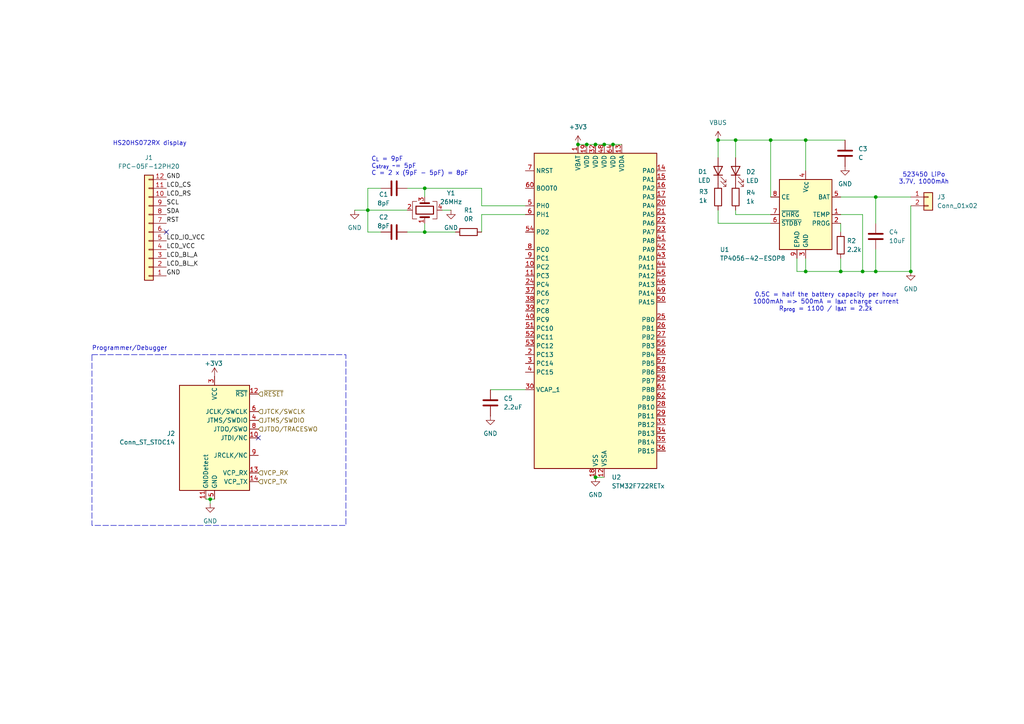
<source format=kicad_sch>
(kicad_sch
	(version 20250114)
	(generator "eeschema")
	(generator_version "9.0")
	(uuid "f4643692-c319-40a7-82a2-3e775c0a417f")
	(paper "A4")
	(lib_symbols
		(symbol "Battery_Management:TP4056-42-ESOP8"
			(exclude_from_sim no)
			(in_bom yes)
			(on_board yes)
			(property "Reference" "U"
				(at -6.604 11.684 0)
				(effects
					(font
						(size 1.27 1.27)
					)
				)
			)
			(property "Value" "TP4056-42-ESOP8"
				(at 10.16 11.684 0)
				(effects
					(font
						(size 1.27 1.27)
					)
				)
			)
			(property "Footprint" "Package_SO:SOIC-8-1EP_3.9x4.9mm_P1.27mm_EP2.41x3.3mm_ThermalVias"
				(at 0.508 -22.86 0)
				(effects
					(font
						(size 1.27 1.27)
					)
					(hide yes)
				)
			)
			(property "Datasheet" "https://www.lcsc.com/datasheet/lcsc_datasheet_2410121619_TOPPOWER-Nanjing-Extension-Microelectronics-TP4056-42-ESOP8_C16581.pdf"
				(at 0 -25.4 0)
				(effects
					(font
						(size 1.27 1.27)
					)
					(hide yes)
				)
			)
			(property "Description" "1A Standalone Linear Li-ion/LiPo single-cell battery charger, 4.2V ±1% charge voltage, VCC = 4.0..8.0V, SOIC-8 (SOP-8)"
				(at 0.508 -20.32 0)
				(effects
					(font
						(size 1.27 1.27)
					)
					(hide yes)
				)
			)
			(property "ki_keywords" "lithium-ion lithium-polymer Li-Poly"
				(at 0 0 0)
				(effects
					(font
						(size 1.27 1.27)
					)
					(hide yes)
				)
			)
			(property "ki_fp_filters" "*SO*3.9x4.*P1.27mm*EP2.4*x3.3*mm*"
				(at 0 0 0)
				(effects
					(font
						(size 1.27 1.27)
					)
					(hide yes)
				)
			)
			(symbol "TP4056-42-ESOP8_1_0"
				(pin input line
					(at -10.16 5.08 0)
					(length 2.54)
					(name "CE"
						(effects
							(font
								(size 1.27 1.27)
							)
						)
					)
					(number "8"
						(effects
							(font
								(size 1.27 1.27)
							)
						)
					)
				)
				(pin open_collector line
					(at -10.16 0 0)
					(length 2.54)
					(name "~{CHRG}"
						(effects
							(font
								(size 1.27 1.27)
							)
						)
					)
					(number "7"
						(effects
							(font
								(size 1.27 1.27)
							)
						)
					)
				)
				(pin open_collector line
					(at -10.16 -2.54 0)
					(length 2.54)
					(name "~{STDBY}"
						(effects
							(font
								(size 1.27 1.27)
							)
						)
					)
					(number "6"
						(effects
							(font
								(size 1.27 1.27)
							)
						)
					)
				)
				(pin passive line
					(at -2.54 -12.7 90)
					(length 2.54)
					(name "EPAD"
						(effects
							(font
								(size 1.27 1.27)
							)
						)
					)
					(number "9"
						(effects
							(font
								(size 1.27 1.27)
							)
						)
					)
				)
				(pin power_in line
					(at 0 12.7 270)
					(length 2.54)
					(name "V_{CC}"
						(effects
							(font
								(size 1.27 1.27)
							)
						)
					)
					(number "4"
						(effects
							(font
								(size 1.27 1.27)
							)
						)
					)
				)
				(pin power_in line
					(at 0 -12.7 90)
					(length 2.54)
					(name "GND"
						(effects
							(font
								(size 1.27 1.27)
							)
						)
					)
					(number "3"
						(effects
							(font
								(size 1.27 1.27)
							)
						)
					)
				)
				(pin power_out line
					(at 10.16 5.08 180)
					(length 2.54)
					(name "BAT"
						(effects
							(font
								(size 1.27 1.27)
							)
						)
					)
					(number "5"
						(effects
							(font
								(size 1.27 1.27)
							)
						)
					)
				)
				(pin input line
					(at 10.16 0 180)
					(length 2.54)
					(name "TEMP"
						(effects
							(font
								(size 1.27 1.27)
							)
						)
					)
					(number "1"
						(effects
							(font
								(size 1.27 1.27)
							)
						)
					)
				)
				(pin passive line
					(at 10.16 -2.54 180)
					(length 2.54)
					(name "PROG"
						(effects
							(font
								(size 1.27 1.27)
							)
						)
					)
					(number "2"
						(effects
							(font
								(size 1.27 1.27)
							)
						)
					)
				)
			)
			(symbol "TP4056-42-ESOP8_1_1"
				(rectangle
					(start -7.62 10.16)
					(end 7.62 -10.16)
					(stroke
						(width 0.254)
						(type default)
					)
					(fill
						(type background)
					)
				)
			)
			(embedded_fonts no)
		)
		(symbol "Connector:Conn_ST_STDC14"
			(exclude_from_sim no)
			(in_bom yes)
			(on_board yes)
			(property "Reference" "J"
				(at -8.89 16.51 0)
				(effects
					(font
						(size 1.27 1.27)
					)
					(justify right)
				)
			)
			(property "Value" "Conn_ST_STDC14"
				(at 17.78 16.51 0)
				(effects
					(font
						(size 1.27 1.27)
					)
					(justify right bottom)
				)
			)
			(property "Footprint" ""
				(at 0 0 0)
				(effects
					(font
						(size 1.27 1.27)
					)
					(hide yes)
				)
			)
			(property "Datasheet" "https://www.st.com/content/ccc/resource/technical/document/user_manual/group1/99/49/91/b6/b2/3a/46/e5/DM00526767/files/DM00526767.pdf/jcr:content/translations/en.DM00526767.pdf"
				(at -8.89 -31.75 90)
				(effects
					(font
						(size 1.27 1.27)
					)
					(hide yes)
				)
			)
			(property "Description" "ST Debug Connector, standard ARM Cortex-M SWD and JTAG interface plus UART"
				(at 0 0 0)
				(effects
					(font
						(size 1.27 1.27)
					)
					(hide yes)
				)
			)
			(property "ki_keywords" "ST STM32 Cortex Debug Connector ARM SWD JTAG"
				(at 0 0 0)
				(effects
					(font
						(size 1.27 1.27)
					)
					(hide yes)
				)
			)
			(property "ki_fp_filters" "PinHeader?2x07?P1.27mm*"
				(at 0 0 0)
				(effects
					(font
						(size 1.27 1.27)
					)
					(hide yes)
				)
			)
			(symbol "Conn_ST_STDC14_0_1"
				(rectangle
					(start -10.16 15.24)
					(end 10.16 -15.24)
					(stroke
						(width 0.254)
						(type default)
					)
					(fill
						(type background)
					)
				)
			)
			(symbol "Conn_ST_STDC14_1_1"
				(pin no_connect line
					(at -10.16 5.08 0)
					(length 2.54)
					(hide yes)
					(name "NC"
						(effects
							(font
								(size 1.27 1.27)
							)
						)
					)
					(number "1"
						(effects
							(font
								(size 1.27 1.27)
							)
						)
					)
				)
				(pin no_connect line
					(at -10.16 2.54 0)
					(length 2.54)
					(hide yes)
					(name "NC"
						(effects
							(font
								(size 1.27 1.27)
							)
						)
					)
					(number "2"
						(effects
							(font
								(size 1.27 1.27)
							)
						)
					)
				)
				(pin passive line
					(at -2.54 -17.78 90)
					(length 2.54)
					(name "GNDDetect"
						(effects
							(font
								(size 1.27 1.27)
							)
						)
					)
					(number "11"
						(effects
							(font
								(size 1.27 1.27)
							)
						)
					)
				)
				(pin power_in line
					(at 0 17.78 270)
					(length 2.54)
					(name "VCC"
						(effects
							(font
								(size 1.27 1.27)
							)
						)
					)
					(number "3"
						(effects
							(font
								(size 1.27 1.27)
							)
						)
					)
				)
				(pin power_in line
					(at 0 -17.78 90)
					(length 2.54)
					(name "GND"
						(effects
							(font
								(size 1.27 1.27)
							)
						)
					)
					(number "5"
						(effects
							(font
								(size 1.27 1.27)
							)
						)
					)
				)
				(pin passive line
					(at 0 -17.78 90)
					(length 2.54)
					(hide yes)
					(name "GND"
						(effects
							(font
								(size 1.27 1.27)
							)
						)
					)
					(number "7"
						(effects
							(font
								(size 1.27 1.27)
							)
						)
					)
				)
				(pin open_collector line
					(at 12.7 12.7 180)
					(length 2.54)
					(name "~{RST}"
						(effects
							(font
								(size 1.27 1.27)
							)
						)
					)
					(number "12"
						(effects
							(font
								(size 1.27 1.27)
							)
						)
					)
				)
				(pin output line
					(at 12.7 7.62 180)
					(length 2.54)
					(name "JCLK/SWCLK"
						(effects
							(font
								(size 1.27 1.27)
							)
						)
					)
					(number "6"
						(effects
							(font
								(size 1.27 1.27)
							)
						)
					)
				)
				(pin bidirectional line
					(at 12.7 5.08 180)
					(length 2.54)
					(name "JTMS/SWDIO"
						(effects
							(font
								(size 1.27 1.27)
							)
						)
					)
					(number "4"
						(effects
							(font
								(size 1.27 1.27)
							)
						)
					)
				)
				(pin input line
					(at 12.7 2.54 180)
					(length 2.54)
					(name "JTDO/SWO"
						(effects
							(font
								(size 1.27 1.27)
							)
						)
					)
					(number "8"
						(effects
							(font
								(size 1.27 1.27)
							)
						)
					)
				)
				(pin output line
					(at 12.7 0 180)
					(length 2.54)
					(name "JTDI/NC"
						(effects
							(font
								(size 1.27 1.27)
							)
						)
					)
					(number "10"
						(effects
							(font
								(size 1.27 1.27)
							)
						)
					)
				)
				(pin input line
					(at 12.7 -5.08 180)
					(length 2.54)
					(name "JRCLK/NC"
						(effects
							(font
								(size 1.27 1.27)
							)
						)
					)
					(number "9"
						(effects
							(font
								(size 1.27 1.27)
							)
						)
					)
				)
				(pin output line
					(at 12.7 -10.16 180)
					(length 2.54)
					(name "VCP_RX"
						(effects
							(font
								(size 1.27 1.27)
							)
						)
					)
					(number "13"
						(effects
							(font
								(size 1.27 1.27)
							)
						)
					)
				)
				(pin input line
					(at 12.7 -12.7 180)
					(length 2.54)
					(name "VCP_TX"
						(effects
							(font
								(size 1.27 1.27)
							)
						)
					)
					(number "14"
						(effects
							(font
								(size 1.27 1.27)
							)
						)
					)
				)
			)
			(embedded_fonts no)
		)
		(symbol "Connector_Generic:Conn_01x02"
			(pin_names
				(offset 1.016)
				(hide yes)
			)
			(exclude_from_sim no)
			(in_bom yes)
			(on_board yes)
			(property "Reference" "J"
				(at 0 2.54 0)
				(effects
					(font
						(size 1.27 1.27)
					)
				)
			)
			(property "Value" "Conn_01x02"
				(at 0 -5.08 0)
				(effects
					(font
						(size 1.27 1.27)
					)
				)
			)
			(property "Footprint" ""
				(at 0 0 0)
				(effects
					(font
						(size 1.27 1.27)
					)
					(hide yes)
				)
			)
			(property "Datasheet" "~"
				(at 0 0 0)
				(effects
					(font
						(size 1.27 1.27)
					)
					(hide yes)
				)
			)
			(property "Description" "Generic connector, single row, 01x02, script generated (kicad-library-utils/schlib/autogen/connector/)"
				(at 0 0 0)
				(effects
					(font
						(size 1.27 1.27)
					)
					(hide yes)
				)
			)
			(property "ki_keywords" "connector"
				(at 0 0 0)
				(effects
					(font
						(size 1.27 1.27)
					)
					(hide yes)
				)
			)
			(property "ki_fp_filters" "Connector*:*_1x??_*"
				(at 0 0 0)
				(effects
					(font
						(size 1.27 1.27)
					)
					(hide yes)
				)
			)
			(symbol "Conn_01x02_1_1"
				(rectangle
					(start -1.27 1.27)
					(end 1.27 -3.81)
					(stroke
						(width 0.254)
						(type default)
					)
					(fill
						(type background)
					)
				)
				(rectangle
					(start -1.27 0.127)
					(end 0 -0.127)
					(stroke
						(width 0.1524)
						(type default)
					)
					(fill
						(type none)
					)
				)
				(rectangle
					(start -1.27 -2.413)
					(end 0 -2.667)
					(stroke
						(width 0.1524)
						(type default)
					)
					(fill
						(type none)
					)
				)
				(pin passive line
					(at -5.08 0 0)
					(length 3.81)
					(name "Pin_1"
						(effects
							(font
								(size 1.27 1.27)
							)
						)
					)
					(number "1"
						(effects
							(font
								(size 1.27 1.27)
							)
						)
					)
				)
				(pin passive line
					(at -5.08 -2.54 0)
					(length 3.81)
					(name "Pin_2"
						(effects
							(font
								(size 1.27 1.27)
							)
						)
					)
					(number "2"
						(effects
							(font
								(size 1.27 1.27)
							)
						)
					)
				)
			)
			(embedded_fonts no)
		)
		(symbol "Connector_Generic:Conn_01x12"
			(pin_names
				(offset 1.016)
				(hide yes)
			)
			(exclude_from_sim no)
			(in_bom yes)
			(on_board yes)
			(property "Reference" "J"
				(at 0 15.24 0)
				(effects
					(font
						(size 1.27 1.27)
					)
				)
			)
			(property "Value" "Conn_01x12"
				(at 0 -17.78 0)
				(effects
					(font
						(size 1.27 1.27)
					)
				)
			)
			(property "Footprint" ""
				(at 0 0 0)
				(effects
					(font
						(size 1.27 1.27)
					)
					(hide yes)
				)
			)
			(property "Datasheet" "~"
				(at 0 0 0)
				(effects
					(font
						(size 1.27 1.27)
					)
					(hide yes)
				)
			)
			(property "Description" "Generic connector, single row, 01x12, script generated (kicad-library-utils/schlib/autogen/connector/)"
				(at 0 0 0)
				(effects
					(font
						(size 1.27 1.27)
					)
					(hide yes)
				)
			)
			(property "ki_keywords" "connector"
				(at 0 0 0)
				(effects
					(font
						(size 1.27 1.27)
					)
					(hide yes)
				)
			)
			(property "ki_fp_filters" "Connector*:*_1x??_*"
				(at 0 0 0)
				(effects
					(font
						(size 1.27 1.27)
					)
					(hide yes)
				)
			)
			(symbol "Conn_01x12_1_1"
				(rectangle
					(start -1.27 13.97)
					(end 1.27 -16.51)
					(stroke
						(width 0.254)
						(type default)
					)
					(fill
						(type background)
					)
				)
				(rectangle
					(start -1.27 12.827)
					(end 0 12.573)
					(stroke
						(width 0.1524)
						(type default)
					)
					(fill
						(type none)
					)
				)
				(rectangle
					(start -1.27 10.287)
					(end 0 10.033)
					(stroke
						(width 0.1524)
						(type default)
					)
					(fill
						(type none)
					)
				)
				(rectangle
					(start -1.27 7.747)
					(end 0 7.493)
					(stroke
						(width 0.1524)
						(type default)
					)
					(fill
						(type none)
					)
				)
				(rectangle
					(start -1.27 5.207)
					(end 0 4.953)
					(stroke
						(width 0.1524)
						(type default)
					)
					(fill
						(type none)
					)
				)
				(rectangle
					(start -1.27 2.667)
					(end 0 2.413)
					(stroke
						(width 0.1524)
						(type default)
					)
					(fill
						(type none)
					)
				)
				(rectangle
					(start -1.27 0.127)
					(end 0 -0.127)
					(stroke
						(width 0.1524)
						(type default)
					)
					(fill
						(type none)
					)
				)
				(rectangle
					(start -1.27 -2.413)
					(end 0 -2.667)
					(stroke
						(width 0.1524)
						(type default)
					)
					(fill
						(type none)
					)
				)
				(rectangle
					(start -1.27 -4.953)
					(end 0 -5.207)
					(stroke
						(width 0.1524)
						(type default)
					)
					(fill
						(type none)
					)
				)
				(rectangle
					(start -1.27 -7.493)
					(end 0 -7.747)
					(stroke
						(width 0.1524)
						(type default)
					)
					(fill
						(type none)
					)
				)
				(rectangle
					(start -1.27 -10.033)
					(end 0 -10.287)
					(stroke
						(width 0.1524)
						(type default)
					)
					(fill
						(type none)
					)
				)
				(rectangle
					(start -1.27 -12.573)
					(end 0 -12.827)
					(stroke
						(width 0.1524)
						(type default)
					)
					(fill
						(type none)
					)
				)
				(rectangle
					(start -1.27 -15.113)
					(end 0 -15.367)
					(stroke
						(width 0.1524)
						(type default)
					)
					(fill
						(type none)
					)
				)
				(pin passive line
					(at -5.08 12.7 0)
					(length 3.81)
					(name "Pin_1"
						(effects
							(font
								(size 1.27 1.27)
							)
						)
					)
					(number "1"
						(effects
							(font
								(size 1.27 1.27)
							)
						)
					)
				)
				(pin passive line
					(at -5.08 10.16 0)
					(length 3.81)
					(name "Pin_2"
						(effects
							(font
								(size 1.27 1.27)
							)
						)
					)
					(number "2"
						(effects
							(font
								(size 1.27 1.27)
							)
						)
					)
				)
				(pin passive line
					(at -5.08 7.62 0)
					(length 3.81)
					(name "Pin_3"
						(effects
							(font
								(size 1.27 1.27)
							)
						)
					)
					(number "3"
						(effects
							(font
								(size 1.27 1.27)
							)
						)
					)
				)
				(pin passive line
					(at -5.08 5.08 0)
					(length 3.81)
					(name "Pin_4"
						(effects
							(font
								(size 1.27 1.27)
							)
						)
					)
					(number "4"
						(effects
							(font
								(size 1.27 1.27)
							)
						)
					)
				)
				(pin passive line
					(at -5.08 2.54 0)
					(length 3.81)
					(name "Pin_5"
						(effects
							(font
								(size 1.27 1.27)
							)
						)
					)
					(number "5"
						(effects
							(font
								(size 1.27 1.27)
							)
						)
					)
				)
				(pin passive line
					(at -5.08 0 0)
					(length 3.81)
					(name "Pin_6"
						(effects
							(font
								(size 1.27 1.27)
							)
						)
					)
					(number "6"
						(effects
							(font
								(size 1.27 1.27)
							)
						)
					)
				)
				(pin passive line
					(at -5.08 -2.54 0)
					(length 3.81)
					(name "Pin_7"
						(effects
							(font
								(size 1.27 1.27)
							)
						)
					)
					(number "7"
						(effects
							(font
								(size 1.27 1.27)
							)
						)
					)
				)
				(pin passive line
					(at -5.08 -5.08 0)
					(length 3.81)
					(name "Pin_8"
						(effects
							(font
								(size 1.27 1.27)
							)
						)
					)
					(number "8"
						(effects
							(font
								(size 1.27 1.27)
							)
						)
					)
				)
				(pin passive line
					(at -5.08 -7.62 0)
					(length 3.81)
					(name "Pin_9"
						(effects
							(font
								(size 1.27 1.27)
							)
						)
					)
					(number "9"
						(effects
							(font
								(size 1.27 1.27)
							)
						)
					)
				)
				(pin passive line
					(at -5.08 -10.16 0)
					(length 3.81)
					(name "Pin_10"
						(effects
							(font
								(size 1.27 1.27)
							)
						)
					)
					(number "10"
						(effects
							(font
								(size 1.27 1.27)
							)
						)
					)
				)
				(pin passive line
					(at -5.08 -12.7 0)
					(length 3.81)
					(name "Pin_11"
						(effects
							(font
								(size 1.27 1.27)
							)
						)
					)
					(number "11"
						(effects
							(font
								(size 1.27 1.27)
							)
						)
					)
				)
				(pin passive line
					(at -5.08 -15.24 0)
					(length 3.81)
					(name "Pin_12"
						(effects
							(font
								(size 1.27 1.27)
							)
						)
					)
					(number "12"
						(effects
							(font
								(size 1.27 1.27)
							)
						)
					)
				)
			)
			(embedded_fonts no)
		)
		(symbol "Device:C"
			(pin_numbers
				(hide yes)
			)
			(pin_names
				(offset 0.254)
			)
			(exclude_from_sim no)
			(in_bom yes)
			(on_board yes)
			(property "Reference" "C"
				(at 0.635 2.54 0)
				(effects
					(font
						(size 1.27 1.27)
					)
					(justify left)
				)
			)
			(property "Value" "C"
				(at 0.635 -2.54 0)
				(effects
					(font
						(size 1.27 1.27)
					)
					(justify left)
				)
			)
			(property "Footprint" ""
				(at 0.9652 -3.81 0)
				(effects
					(font
						(size 1.27 1.27)
					)
					(hide yes)
				)
			)
			(property "Datasheet" "~"
				(at 0 0 0)
				(effects
					(font
						(size 1.27 1.27)
					)
					(hide yes)
				)
			)
			(property "Description" "Unpolarized capacitor"
				(at 0 0 0)
				(effects
					(font
						(size 1.27 1.27)
					)
					(hide yes)
				)
			)
			(property "ki_keywords" "cap capacitor"
				(at 0 0 0)
				(effects
					(font
						(size 1.27 1.27)
					)
					(hide yes)
				)
			)
			(property "ki_fp_filters" "C_*"
				(at 0 0 0)
				(effects
					(font
						(size 1.27 1.27)
					)
					(hide yes)
				)
			)
			(symbol "C_0_1"
				(polyline
					(pts
						(xy -2.032 0.762) (xy 2.032 0.762)
					)
					(stroke
						(width 0.508)
						(type default)
					)
					(fill
						(type none)
					)
				)
				(polyline
					(pts
						(xy -2.032 -0.762) (xy 2.032 -0.762)
					)
					(stroke
						(width 0.508)
						(type default)
					)
					(fill
						(type none)
					)
				)
			)
			(symbol "C_1_1"
				(pin passive line
					(at 0 3.81 270)
					(length 2.794)
					(name "~"
						(effects
							(font
								(size 1.27 1.27)
							)
						)
					)
					(number "1"
						(effects
							(font
								(size 1.27 1.27)
							)
						)
					)
				)
				(pin passive line
					(at 0 -3.81 90)
					(length 2.794)
					(name "~"
						(effects
							(font
								(size 1.27 1.27)
							)
						)
					)
					(number "2"
						(effects
							(font
								(size 1.27 1.27)
							)
						)
					)
				)
			)
			(embedded_fonts no)
		)
		(symbol "Device:Crystal_GND24"
			(pin_names
				(offset 1.016)
				(hide yes)
			)
			(exclude_from_sim no)
			(in_bom yes)
			(on_board yes)
			(property "Reference" "Y"
				(at 3.175 5.08 0)
				(effects
					(font
						(size 1.27 1.27)
					)
					(justify left)
				)
			)
			(property "Value" "Crystal_GND24"
				(at 3.175 3.175 0)
				(effects
					(font
						(size 1.27 1.27)
					)
					(justify left)
				)
			)
			(property "Footprint" ""
				(at 0 0 0)
				(effects
					(font
						(size 1.27 1.27)
					)
					(hide yes)
				)
			)
			(property "Datasheet" "~"
				(at 0 0 0)
				(effects
					(font
						(size 1.27 1.27)
					)
					(hide yes)
				)
			)
			(property "Description" "Four pin crystal, GND on pins 2 and 4"
				(at 0 0 0)
				(effects
					(font
						(size 1.27 1.27)
					)
					(hide yes)
				)
			)
			(property "ki_keywords" "quartz ceramic resonator oscillator"
				(at 0 0 0)
				(effects
					(font
						(size 1.27 1.27)
					)
					(hide yes)
				)
			)
			(property "ki_fp_filters" "Crystal*"
				(at 0 0 0)
				(effects
					(font
						(size 1.27 1.27)
					)
					(hide yes)
				)
			)
			(symbol "Crystal_GND24_0_1"
				(polyline
					(pts
						(xy -2.54 2.286) (xy -2.54 3.556) (xy 2.54 3.556) (xy 2.54 2.286)
					)
					(stroke
						(width 0)
						(type default)
					)
					(fill
						(type none)
					)
				)
				(polyline
					(pts
						(xy -2.54 0) (xy -2.032 0)
					)
					(stroke
						(width 0)
						(type default)
					)
					(fill
						(type none)
					)
				)
				(polyline
					(pts
						(xy -2.54 -2.286) (xy -2.54 -3.556) (xy 2.54 -3.556) (xy 2.54 -2.286)
					)
					(stroke
						(width 0)
						(type default)
					)
					(fill
						(type none)
					)
				)
				(polyline
					(pts
						(xy -2.032 -1.27) (xy -2.032 1.27)
					)
					(stroke
						(width 0.508)
						(type default)
					)
					(fill
						(type none)
					)
				)
				(rectangle
					(start -1.143 2.54)
					(end 1.143 -2.54)
					(stroke
						(width 0.3048)
						(type default)
					)
					(fill
						(type none)
					)
				)
				(polyline
					(pts
						(xy 0 3.556) (xy 0 3.81)
					)
					(stroke
						(width 0)
						(type default)
					)
					(fill
						(type none)
					)
				)
				(polyline
					(pts
						(xy 0 -3.81) (xy 0 -3.556)
					)
					(stroke
						(width 0)
						(type default)
					)
					(fill
						(type none)
					)
				)
				(polyline
					(pts
						(xy 2.032 0) (xy 2.54 0)
					)
					(stroke
						(width 0)
						(type default)
					)
					(fill
						(type none)
					)
				)
				(polyline
					(pts
						(xy 2.032 -1.27) (xy 2.032 1.27)
					)
					(stroke
						(width 0.508)
						(type default)
					)
					(fill
						(type none)
					)
				)
			)
			(symbol "Crystal_GND24_1_1"
				(pin passive line
					(at -3.81 0 0)
					(length 1.27)
					(name "1"
						(effects
							(font
								(size 1.27 1.27)
							)
						)
					)
					(number "1"
						(effects
							(font
								(size 1.27 1.27)
							)
						)
					)
				)
				(pin passive line
					(at 0 5.08 270)
					(length 1.27)
					(name "2"
						(effects
							(font
								(size 1.27 1.27)
							)
						)
					)
					(number "2"
						(effects
							(font
								(size 1.27 1.27)
							)
						)
					)
				)
				(pin passive line
					(at 0 -5.08 90)
					(length 1.27)
					(name "4"
						(effects
							(font
								(size 1.27 1.27)
							)
						)
					)
					(number "4"
						(effects
							(font
								(size 1.27 1.27)
							)
						)
					)
				)
				(pin passive line
					(at 3.81 0 180)
					(length 1.27)
					(name "3"
						(effects
							(font
								(size 1.27 1.27)
							)
						)
					)
					(number "3"
						(effects
							(font
								(size 1.27 1.27)
							)
						)
					)
				)
			)
			(embedded_fonts no)
		)
		(symbol "Device:LED"
			(pin_numbers
				(hide yes)
			)
			(pin_names
				(offset 1.016)
				(hide yes)
			)
			(exclude_from_sim no)
			(in_bom yes)
			(on_board yes)
			(property "Reference" "D"
				(at 0 2.54 0)
				(effects
					(font
						(size 1.27 1.27)
					)
				)
			)
			(property "Value" "LED"
				(at 0 -2.54 0)
				(effects
					(font
						(size 1.27 1.27)
					)
				)
			)
			(property "Footprint" ""
				(at 0 0 0)
				(effects
					(font
						(size 1.27 1.27)
					)
					(hide yes)
				)
			)
			(property "Datasheet" "~"
				(at 0 0 0)
				(effects
					(font
						(size 1.27 1.27)
					)
					(hide yes)
				)
			)
			(property "Description" "Light emitting diode"
				(at 0 0 0)
				(effects
					(font
						(size 1.27 1.27)
					)
					(hide yes)
				)
			)
			(property "Sim.Pins" "1=K 2=A"
				(at 0 0 0)
				(effects
					(font
						(size 1.27 1.27)
					)
					(hide yes)
				)
			)
			(property "ki_keywords" "LED diode"
				(at 0 0 0)
				(effects
					(font
						(size 1.27 1.27)
					)
					(hide yes)
				)
			)
			(property "ki_fp_filters" "LED* LED_SMD:* LED_THT:*"
				(at 0 0 0)
				(effects
					(font
						(size 1.27 1.27)
					)
					(hide yes)
				)
			)
			(symbol "LED_0_1"
				(polyline
					(pts
						(xy -3.048 -0.762) (xy -4.572 -2.286) (xy -3.81 -2.286) (xy -4.572 -2.286) (xy -4.572 -1.524)
					)
					(stroke
						(width 0)
						(type default)
					)
					(fill
						(type none)
					)
				)
				(polyline
					(pts
						(xy -1.778 -0.762) (xy -3.302 -2.286) (xy -2.54 -2.286) (xy -3.302 -2.286) (xy -3.302 -1.524)
					)
					(stroke
						(width 0)
						(type default)
					)
					(fill
						(type none)
					)
				)
				(polyline
					(pts
						(xy -1.27 0) (xy 1.27 0)
					)
					(stroke
						(width 0)
						(type default)
					)
					(fill
						(type none)
					)
				)
				(polyline
					(pts
						(xy -1.27 -1.27) (xy -1.27 1.27)
					)
					(stroke
						(width 0.254)
						(type default)
					)
					(fill
						(type none)
					)
				)
				(polyline
					(pts
						(xy 1.27 -1.27) (xy 1.27 1.27) (xy -1.27 0) (xy 1.27 -1.27)
					)
					(stroke
						(width 0.254)
						(type default)
					)
					(fill
						(type none)
					)
				)
			)
			(symbol "LED_1_1"
				(pin passive line
					(at -3.81 0 0)
					(length 2.54)
					(name "K"
						(effects
							(font
								(size 1.27 1.27)
							)
						)
					)
					(number "1"
						(effects
							(font
								(size 1.27 1.27)
							)
						)
					)
				)
				(pin passive line
					(at 3.81 0 180)
					(length 2.54)
					(name "A"
						(effects
							(font
								(size 1.27 1.27)
							)
						)
					)
					(number "2"
						(effects
							(font
								(size 1.27 1.27)
							)
						)
					)
				)
			)
			(embedded_fonts no)
		)
		(symbol "Device:R"
			(pin_numbers
				(hide yes)
			)
			(pin_names
				(offset 0)
			)
			(exclude_from_sim no)
			(in_bom yes)
			(on_board yes)
			(property "Reference" "R"
				(at 2.032 0 90)
				(effects
					(font
						(size 1.27 1.27)
					)
				)
			)
			(property "Value" "R"
				(at 0 0 90)
				(effects
					(font
						(size 1.27 1.27)
					)
				)
			)
			(property "Footprint" ""
				(at -1.778 0 90)
				(effects
					(font
						(size 1.27 1.27)
					)
					(hide yes)
				)
			)
			(property "Datasheet" "~"
				(at 0 0 0)
				(effects
					(font
						(size 1.27 1.27)
					)
					(hide yes)
				)
			)
			(property "Description" "Resistor"
				(at 0 0 0)
				(effects
					(font
						(size 1.27 1.27)
					)
					(hide yes)
				)
			)
			(property "ki_keywords" "R res resistor"
				(at 0 0 0)
				(effects
					(font
						(size 1.27 1.27)
					)
					(hide yes)
				)
			)
			(property "ki_fp_filters" "R_*"
				(at 0 0 0)
				(effects
					(font
						(size 1.27 1.27)
					)
					(hide yes)
				)
			)
			(symbol "R_0_1"
				(rectangle
					(start -1.016 -2.54)
					(end 1.016 2.54)
					(stroke
						(width 0.254)
						(type default)
					)
					(fill
						(type none)
					)
				)
			)
			(symbol "R_1_1"
				(pin passive line
					(at 0 3.81 270)
					(length 1.27)
					(name "~"
						(effects
							(font
								(size 1.27 1.27)
							)
						)
					)
					(number "1"
						(effects
							(font
								(size 1.27 1.27)
							)
						)
					)
				)
				(pin passive line
					(at 0 -3.81 90)
					(length 1.27)
					(name "~"
						(effects
							(font
								(size 1.27 1.27)
							)
						)
					)
					(number "2"
						(effects
							(font
								(size 1.27 1.27)
							)
						)
					)
				)
			)
			(embedded_fonts no)
		)
		(symbol "MCU_ST_STM32F7:STM32F722RETx"
			(exclude_from_sim no)
			(in_bom yes)
			(on_board yes)
			(property "Reference" "U"
				(at -17.78 46.99 0)
				(effects
					(font
						(size 1.27 1.27)
					)
					(justify left)
				)
			)
			(property "Value" "STM32F722RETx"
				(at 10.16 46.99 0)
				(effects
					(font
						(size 1.27 1.27)
					)
					(justify left)
				)
			)
			(property "Footprint" "Package_QFP:LQFP-64_10x10mm_P0.5mm"
				(at -17.78 -45.72 0)
				(effects
					(font
						(size 1.27 1.27)
					)
					(justify right)
					(hide yes)
				)
			)
			(property "Datasheet" "https://www.st.com/resource/en/datasheet/stm32f722re.pdf"
				(at 0 0 0)
				(effects
					(font
						(size 1.27 1.27)
					)
					(hide yes)
				)
			)
			(property "Description" "STMicroelectronics Arm Cortex-M7 MCU, 512KB flash, 256KB RAM, 216 MHz, 1.7-3.6V, 50 GPIO, LQFP64"
				(at 0 0 0)
				(effects
					(font
						(size 1.27 1.27)
					)
					(hide yes)
				)
			)
			(property "ki_keywords" "Arm Cortex-M7 STM32F7 STM32F7x2"
				(at 0 0 0)
				(effects
					(font
						(size 1.27 1.27)
					)
					(hide yes)
				)
			)
			(property "ki_fp_filters" "LQFP*10x10mm*P0.5mm*"
				(at 0 0 0)
				(effects
					(font
						(size 1.27 1.27)
					)
					(hide yes)
				)
			)
			(symbol "STM32F722RETx_0_1"
				(rectangle
					(start -17.78 -45.72)
					(end 17.78 45.72)
					(stroke
						(width 0.254)
						(type default)
					)
					(fill
						(type background)
					)
				)
			)
			(symbol "STM32F722RETx_1_1"
				(pin input line
					(at -20.32 40.64 0)
					(length 2.54)
					(name "NRST"
						(effects
							(font
								(size 1.27 1.27)
							)
						)
					)
					(number "7"
						(effects
							(font
								(size 1.27 1.27)
							)
						)
					)
				)
				(pin input line
					(at -20.32 35.56 0)
					(length 2.54)
					(name "BOOT0"
						(effects
							(font
								(size 1.27 1.27)
							)
						)
					)
					(number "60"
						(effects
							(font
								(size 1.27 1.27)
							)
						)
					)
				)
				(pin bidirectional line
					(at -20.32 30.48 0)
					(length 2.54)
					(name "PH0"
						(effects
							(font
								(size 1.27 1.27)
							)
						)
					)
					(number "5"
						(effects
							(font
								(size 1.27 1.27)
							)
						)
					)
					(alternate "RCC_OSC_IN" bidirectional line)
				)
				(pin bidirectional line
					(at -20.32 27.94 0)
					(length 2.54)
					(name "PH1"
						(effects
							(font
								(size 1.27 1.27)
							)
						)
					)
					(number "6"
						(effects
							(font
								(size 1.27 1.27)
							)
						)
					)
					(alternate "RCC_OSC_OUT" bidirectional line)
				)
				(pin bidirectional line
					(at -20.32 22.86 0)
					(length 2.54)
					(name "PD2"
						(effects
							(font
								(size 1.27 1.27)
							)
						)
					)
					(number "54"
						(effects
							(font
								(size 1.27 1.27)
							)
						)
					)
					(alternate "SDMMC1_CMD" bidirectional line)
					(alternate "SYS_TRACED2" bidirectional line)
					(alternate "TIM3_ETR" bidirectional line)
					(alternate "UART5_RX" bidirectional line)
				)
				(pin bidirectional line
					(at -20.32 17.78 0)
					(length 2.54)
					(name "PC0"
						(effects
							(font
								(size 1.27 1.27)
							)
						)
					)
					(number "8"
						(effects
							(font
								(size 1.27 1.27)
							)
						)
					)
					(alternate "ADC1_IN10" bidirectional line)
					(alternate "ADC2_IN10" bidirectional line)
					(alternate "ADC3_IN10" bidirectional line)
					(alternate "SAI2_FS_B" bidirectional line)
					(alternate "USB_OTG_HS_ULPI_STP" bidirectional line)
				)
				(pin bidirectional line
					(at -20.32 15.24 0)
					(length 2.54)
					(name "PC1"
						(effects
							(font
								(size 1.27 1.27)
							)
						)
					)
					(number "9"
						(effects
							(font
								(size 1.27 1.27)
							)
						)
					)
					(alternate "ADC1_IN11" bidirectional line)
					(alternate "ADC2_IN11" bidirectional line)
					(alternate "ADC3_IN11" bidirectional line)
					(alternate "I2S2_SD" bidirectional line)
					(alternate "RTC_TAMP3" bidirectional line)
					(alternate "RTC_TS" bidirectional line)
					(alternate "SAI1_SD_A" bidirectional line)
					(alternate "SPI2_MOSI" bidirectional line)
					(alternate "SYS_TRACED0" bidirectional line)
					(alternate "SYS_WKUP3" bidirectional line)
				)
				(pin bidirectional line
					(at -20.32 12.7 0)
					(length 2.54)
					(name "PC2"
						(effects
							(font
								(size 1.27 1.27)
							)
						)
					)
					(number "10"
						(effects
							(font
								(size 1.27 1.27)
							)
						)
					)
					(alternate "ADC1_IN12" bidirectional line)
					(alternate "ADC2_IN12" bidirectional line)
					(alternate "ADC3_IN12" bidirectional line)
					(alternate "SPI2_MISO" bidirectional line)
					(alternate "USB_OTG_HS_ULPI_DIR" bidirectional line)
				)
				(pin bidirectional line
					(at -20.32 10.16 0)
					(length 2.54)
					(name "PC3"
						(effects
							(font
								(size 1.27 1.27)
							)
						)
					)
					(number "11"
						(effects
							(font
								(size 1.27 1.27)
							)
						)
					)
					(alternate "ADC1_IN13" bidirectional line)
					(alternate "ADC2_IN13" bidirectional line)
					(alternate "ADC3_IN13" bidirectional line)
					(alternate "I2S2_SD" bidirectional line)
					(alternate "SPI2_MOSI" bidirectional line)
					(alternate "USB_OTG_HS_ULPI_NXT" bidirectional line)
				)
				(pin bidirectional line
					(at -20.32 7.62 0)
					(length 2.54)
					(name "PC4"
						(effects
							(font
								(size 1.27 1.27)
							)
						)
					)
					(number "24"
						(effects
							(font
								(size 1.27 1.27)
							)
						)
					)
					(alternate "ADC1_IN14" bidirectional line)
					(alternate "ADC2_IN14" bidirectional line)
					(alternate "I2S1_MCK" bidirectional line)
				)
				(pin bidirectional line
					(at -20.32 5.08 0)
					(length 2.54)
					(name "PC6"
						(effects
							(font
								(size 1.27 1.27)
							)
						)
					)
					(number "37"
						(effects
							(font
								(size 1.27 1.27)
							)
						)
					)
					(alternate "I2S2_MCK" bidirectional line)
					(alternate "SDMMC1_D6" bidirectional line)
					(alternate "TIM3_CH1" bidirectional line)
					(alternate "TIM8_CH1" bidirectional line)
					(alternate "USART6_TX" bidirectional line)
				)
				(pin bidirectional line
					(at -20.32 2.54 0)
					(length 2.54)
					(name "PC7"
						(effects
							(font
								(size 1.27 1.27)
							)
						)
					)
					(number "38"
						(effects
							(font
								(size 1.27 1.27)
							)
						)
					)
					(alternate "I2S3_MCK" bidirectional line)
					(alternate "SDMMC1_D7" bidirectional line)
					(alternate "TIM3_CH2" bidirectional line)
					(alternate "TIM8_CH2" bidirectional line)
					(alternate "USART6_RX" bidirectional line)
				)
				(pin bidirectional line
					(at -20.32 0 0)
					(length 2.54)
					(name "PC8"
						(effects
							(font
								(size 1.27 1.27)
							)
						)
					)
					(number "39"
						(effects
							(font
								(size 1.27 1.27)
							)
						)
					)
					(alternate "SDMMC1_D0" bidirectional line)
					(alternate "SYS_TRACED1" bidirectional line)
					(alternate "TIM3_CH3" bidirectional line)
					(alternate "TIM8_CH3" bidirectional line)
					(alternate "UART5_DE" bidirectional line)
					(alternate "UART5_RTS" bidirectional line)
					(alternate "USART6_CK" bidirectional line)
				)
				(pin bidirectional line
					(at -20.32 -2.54 0)
					(length 2.54)
					(name "PC9"
						(effects
							(font
								(size 1.27 1.27)
							)
						)
					)
					(number "40"
						(effects
							(font
								(size 1.27 1.27)
							)
						)
					)
					(alternate "DAC_EXTI9" bidirectional line)
					(alternate "I2C3_SDA" bidirectional line)
					(alternate "I2S_CKIN" bidirectional line)
					(alternate "QUADSPI_BK1_IO0" bidirectional line)
					(alternate "RCC_MCO_2" bidirectional line)
					(alternate "SDMMC1_D1" bidirectional line)
					(alternate "TIM3_CH4" bidirectional line)
					(alternate "TIM8_CH4" bidirectional line)
					(alternate "UART5_CTS" bidirectional line)
				)
				(pin bidirectional line
					(at -20.32 -5.08 0)
					(length 2.54)
					(name "PC10"
						(effects
							(font
								(size 1.27 1.27)
							)
						)
					)
					(number "51"
						(effects
							(font
								(size 1.27 1.27)
							)
						)
					)
					(alternate "I2S3_CK" bidirectional line)
					(alternate "QUADSPI_BK1_IO1" bidirectional line)
					(alternate "SDMMC1_D2" bidirectional line)
					(alternate "SPI3_SCK" bidirectional line)
					(alternate "UART4_TX" bidirectional line)
					(alternate "USART3_TX" bidirectional line)
				)
				(pin bidirectional line
					(at -20.32 -7.62 0)
					(length 2.54)
					(name "PC11"
						(effects
							(font
								(size 1.27 1.27)
							)
						)
					)
					(number "52"
						(effects
							(font
								(size 1.27 1.27)
							)
						)
					)
					(alternate "ADC1_EXTI11" bidirectional line)
					(alternate "ADC2_EXTI11" bidirectional line)
					(alternate "ADC3_EXTI11" bidirectional line)
					(alternate "QUADSPI_BK2_NCS" bidirectional line)
					(alternate "SDMMC1_D3" bidirectional line)
					(alternate "SPI3_MISO" bidirectional line)
					(alternate "UART4_RX" bidirectional line)
					(alternate "USART3_RX" bidirectional line)
				)
				(pin bidirectional line
					(at -20.32 -10.16 0)
					(length 2.54)
					(name "PC12"
						(effects
							(font
								(size 1.27 1.27)
							)
						)
					)
					(number "53"
						(effects
							(font
								(size 1.27 1.27)
							)
						)
					)
					(alternate "I2S3_SD" bidirectional line)
					(alternate "SDMMC1_CK" bidirectional line)
					(alternate "SPI3_MOSI" bidirectional line)
					(alternate "SYS_TRACED3" bidirectional line)
					(alternate "UART5_TX" bidirectional line)
					(alternate "USART3_CK" bidirectional line)
				)
				(pin bidirectional line
					(at -20.32 -12.7 0)
					(length 2.54)
					(name "PC13"
						(effects
							(font
								(size 1.27 1.27)
							)
						)
					)
					(number "2"
						(effects
							(font
								(size 1.27 1.27)
							)
						)
					)
					(alternate "RTC_OUT" bidirectional line)
					(alternate "RTC_TAMP1" bidirectional line)
					(alternate "RTC_TS" bidirectional line)
					(alternate "SYS_WKUP4" bidirectional line)
				)
				(pin bidirectional line
					(at -20.32 -15.24 0)
					(length 2.54)
					(name "PC14"
						(effects
							(font
								(size 1.27 1.27)
							)
						)
					)
					(number "3"
						(effects
							(font
								(size 1.27 1.27)
							)
						)
					)
					(alternate "RCC_OSC32_IN" bidirectional line)
				)
				(pin bidirectional line
					(at -20.32 -17.78 0)
					(length 2.54)
					(name "PC15"
						(effects
							(font
								(size 1.27 1.27)
							)
						)
					)
					(number "4"
						(effects
							(font
								(size 1.27 1.27)
							)
						)
					)
					(alternate "RCC_OSC32_OUT" bidirectional line)
				)
				(pin power_out line
					(at -20.32 -22.86 0)
					(length 2.54)
					(name "VCAP_1"
						(effects
							(font
								(size 1.27 1.27)
							)
						)
					)
					(number "30"
						(effects
							(font
								(size 1.27 1.27)
							)
						)
					)
				)
				(pin power_in line
					(at -5.08 48.26 270)
					(length 2.54)
					(name "VBAT"
						(effects
							(font
								(size 1.27 1.27)
							)
						)
					)
					(number "1"
						(effects
							(font
								(size 1.27 1.27)
							)
						)
					)
				)
				(pin power_in line
					(at -2.54 48.26 270)
					(length 2.54)
					(name "VDD"
						(effects
							(font
								(size 1.27 1.27)
							)
						)
					)
					(number "19"
						(effects
							(font
								(size 1.27 1.27)
							)
						)
					)
				)
				(pin power_in line
					(at 0 48.26 270)
					(length 2.54)
					(name "VDD"
						(effects
							(font
								(size 1.27 1.27)
							)
						)
					)
					(number "32"
						(effects
							(font
								(size 1.27 1.27)
							)
						)
					)
				)
				(pin power_in line
					(at 0 -48.26 90)
					(length 2.54)
					(name "VSS"
						(effects
							(font
								(size 1.27 1.27)
							)
						)
					)
					(number "18"
						(effects
							(font
								(size 1.27 1.27)
							)
						)
					)
				)
				(pin passive line
					(at 0 -48.26 90)
					(length 2.54)
					(hide yes)
					(name "VSS"
						(effects
							(font
								(size 1.27 1.27)
							)
						)
					)
					(number "31"
						(effects
							(font
								(size 1.27 1.27)
							)
						)
					)
				)
				(pin passive line
					(at 0 -48.26 90)
					(length 2.54)
					(hide yes)
					(name "VSS"
						(effects
							(font
								(size 1.27 1.27)
							)
						)
					)
					(number "47"
						(effects
							(font
								(size 1.27 1.27)
							)
						)
					)
				)
				(pin passive line
					(at 0 -48.26 90)
					(length 2.54)
					(hide yes)
					(name "VSS"
						(effects
							(font
								(size 1.27 1.27)
							)
						)
					)
					(number "63"
						(effects
							(font
								(size 1.27 1.27)
							)
						)
					)
				)
				(pin power_in line
					(at 2.54 48.26 270)
					(length 2.54)
					(name "VDD"
						(effects
							(font
								(size 1.27 1.27)
							)
						)
					)
					(number "48"
						(effects
							(font
								(size 1.27 1.27)
							)
						)
					)
				)
				(pin power_in line
					(at 2.54 -48.26 90)
					(length 2.54)
					(name "VSSA"
						(effects
							(font
								(size 1.27 1.27)
							)
						)
					)
					(number "12"
						(effects
							(font
								(size 1.27 1.27)
							)
						)
					)
				)
				(pin power_in line
					(at 5.08 48.26 270)
					(length 2.54)
					(name "VDD"
						(effects
							(font
								(size 1.27 1.27)
							)
						)
					)
					(number "64"
						(effects
							(font
								(size 1.27 1.27)
							)
						)
					)
				)
				(pin power_in line
					(at 7.62 48.26 270)
					(length 2.54)
					(name "VDDA"
						(effects
							(font
								(size 1.27 1.27)
							)
						)
					)
					(number "13"
						(effects
							(font
								(size 1.27 1.27)
							)
						)
					)
				)
				(pin bidirectional line
					(at 20.32 40.64 180)
					(length 2.54)
					(name "PA0"
						(effects
							(font
								(size 1.27 1.27)
							)
						)
					)
					(number "14"
						(effects
							(font
								(size 1.27 1.27)
							)
						)
					)
					(alternate "ADC1_IN0" bidirectional line)
					(alternate "ADC2_IN0" bidirectional line)
					(alternate "ADC3_IN0" bidirectional line)
					(alternate "SAI2_SD_B" bidirectional line)
					(alternate "SYS_WKUP1" bidirectional line)
					(alternate "TIM2_CH1" bidirectional line)
					(alternate "TIM2_ETR" bidirectional line)
					(alternate "TIM5_CH1" bidirectional line)
					(alternate "TIM8_ETR" bidirectional line)
					(alternate "UART4_TX" bidirectional line)
					(alternate "USART2_CTS" bidirectional line)
				)
				(pin bidirectional line
					(at 20.32 38.1 180)
					(length 2.54)
					(name "PA1"
						(effects
							(font
								(size 1.27 1.27)
							)
						)
					)
					(number "15"
						(effects
							(font
								(size 1.27 1.27)
							)
						)
					)
					(alternate "ADC1_IN1" bidirectional line)
					(alternate "ADC2_IN1" bidirectional line)
					(alternate "ADC3_IN1" bidirectional line)
					(alternate "QUADSPI_BK1_IO3" bidirectional line)
					(alternate "SAI2_MCLK_B" bidirectional line)
					(alternate "TIM2_CH2" bidirectional line)
					(alternate "TIM5_CH2" bidirectional line)
					(alternate "UART4_RX" bidirectional line)
					(alternate "USART2_DE" bidirectional line)
					(alternate "USART2_RTS" bidirectional line)
				)
				(pin bidirectional line
					(at 20.32 35.56 180)
					(length 2.54)
					(name "PA2"
						(effects
							(font
								(size 1.27 1.27)
							)
						)
					)
					(number "16"
						(effects
							(font
								(size 1.27 1.27)
							)
						)
					)
					(alternate "ADC1_IN2" bidirectional line)
					(alternate "ADC2_IN2" bidirectional line)
					(alternate "ADC3_IN2" bidirectional line)
					(alternate "SAI2_SCK_B" bidirectional line)
					(alternate "SYS_WKUP2" bidirectional line)
					(alternate "TIM2_CH3" bidirectional line)
					(alternate "TIM5_CH3" bidirectional line)
					(alternate "TIM9_CH1" bidirectional line)
					(alternate "USART2_TX" bidirectional line)
				)
				(pin bidirectional line
					(at 20.32 33.02 180)
					(length 2.54)
					(name "PA3"
						(effects
							(font
								(size 1.27 1.27)
							)
						)
					)
					(number "17"
						(effects
							(font
								(size 1.27 1.27)
							)
						)
					)
					(alternate "ADC1_IN3" bidirectional line)
					(alternate "ADC2_IN3" bidirectional line)
					(alternate "ADC3_IN3" bidirectional line)
					(alternate "TIM2_CH4" bidirectional line)
					(alternate "TIM5_CH4" bidirectional line)
					(alternate "TIM9_CH2" bidirectional line)
					(alternate "USART2_RX" bidirectional line)
					(alternate "USB_OTG_HS_ULPI_D0" bidirectional line)
				)
				(pin bidirectional line
					(at 20.32 30.48 180)
					(length 2.54)
					(name "PA4"
						(effects
							(font
								(size 1.27 1.27)
							)
						)
					)
					(number "20"
						(effects
							(font
								(size 1.27 1.27)
							)
						)
					)
					(alternate "ADC1_IN4" bidirectional line)
					(alternate "ADC2_IN4" bidirectional line)
					(alternate "DAC_OUT1" bidirectional line)
					(alternate "I2S1_WS" bidirectional line)
					(alternate "I2S3_WS" bidirectional line)
					(alternate "SPI1_NSS" bidirectional line)
					(alternate "SPI3_NSS" bidirectional line)
					(alternate "USART2_CK" bidirectional line)
					(alternate "USB_OTG_HS_SOF" bidirectional line)
				)
				(pin bidirectional line
					(at 20.32 27.94 180)
					(length 2.54)
					(name "PA5"
						(effects
							(font
								(size 1.27 1.27)
							)
						)
					)
					(number "21"
						(effects
							(font
								(size 1.27 1.27)
							)
						)
					)
					(alternate "ADC1_IN5" bidirectional line)
					(alternate "ADC2_IN5" bidirectional line)
					(alternate "DAC_OUT2" bidirectional line)
					(alternate "I2S1_CK" bidirectional line)
					(alternate "SPI1_SCK" bidirectional line)
					(alternate "TIM2_CH1" bidirectional line)
					(alternate "TIM2_ETR" bidirectional line)
					(alternate "TIM8_CH1N" bidirectional line)
					(alternate "USB_OTG_HS_ULPI_CK" bidirectional line)
				)
				(pin bidirectional line
					(at 20.32 25.4 180)
					(length 2.54)
					(name "PA6"
						(effects
							(font
								(size 1.27 1.27)
							)
						)
					)
					(number "22"
						(effects
							(font
								(size 1.27 1.27)
							)
						)
					)
					(alternate "ADC1_IN6" bidirectional line)
					(alternate "ADC2_IN6" bidirectional line)
					(alternate "SPI1_MISO" bidirectional line)
					(alternate "TIM13_CH1" bidirectional line)
					(alternate "TIM1_BKIN" bidirectional line)
					(alternate "TIM3_CH1" bidirectional line)
					(alternate "TIM8_BKIN" bidirectional line)
				)
				(pin bidirectional line
					(at 20.32 22.86 180)
					(length 2.54)
					(name "PA7"
						(effects
							(font
								(size 1.27 1.27)
							)
						)
					)
					(number "23"
						(effects
							(font
								(size 1.27 1.27)
							)
						)
					)
					(alternate "ADC1_IN7" bidirectional line)
					(alternate "ADC2_IN7" bidirectional line)
					(alternate "I2S1_SD" bidirectional line)
					(alternate "SPI1_MOSI" bidirectional line)
					(alternate "TIM14_CH1" bidirectional line)
					(alternate "TIM1_CH1N" bidirectional line)
					(alternate "TIM3_CH2" bidirectional line)
					(alternate "TIM8_CH1N" bidirectional line)
				)
				(pin bidirectional line
					(at 20.32 20.32 180)
					(length 2.54)
					(name "PA8"
						(effects
							(font
								(size 1.27 1.27)
							)
						)
					)
					(number "41"
						(effects
							(font
								(size 1.27 1.27)
							)
						)
					)
					(alternate "I2C3_SCL" bidirectional line)
					(alternate "RCC_MCO_1" bidirectional line)
					(alternate "TIM1_CH1" bidirectional line)
					(alternate "TIM8_BKIN2" bidirectional line)
					(alternate "USART1_CK" bidirectional line)
					(alternate "USB_OTG_FS_SOF" bidirectional line)
				)
				(pin bidirectional line
					(at 20.32 17.78 180)
					(length 2.54)
					(name "PA9"
						(effects
							(font
								(size 1.27 1.27)
							)
						)
					)
					(number "42"
						(effects
							(font
								(size 1.27 1.27)
							)
						)
					)
					(alternate "DAC_EXTI9" bidirectional line)
					(alternate "I2C3_SMBA" bidirectional line)
					(alternate "I2S2_CK" bidirectional line)
					(alternate "SPI2_SCK" bidirectional line)
					(alternate "TIM1_CH2" bidirectional line)
					(alternate "USART1_TX" bidirectional line)
					(alternate "USB_OTG_FS_VBUS" bidirectional line)
				)
				(pin bidirectional line
					(at 20.32 15.24 180)
					(length 2.54)
					(name "PA10"
						(effects
							(font
								(size 1.27 1.27)
							)
						)
					)
					(number "43"
						(effects
							(font
								(size 1.27 1.27)
							)
						)
					)
					(alternate "TIM1_CH3" bidirectional line)
					(alternate "USART1_RX" bidirectional line)
					(alternate "USB_OTG_FS_ID" bidirectional line)
				)
				(pin bidirectional line
					(at 20.32 12.7 180)
					(length 2.54)
					(name "PA11"
						(effects
							(font
								(size 1.27 1.27)
							)
						)
					)
					(number "44"
						(effects
							(font
								(size 1.27 1.27)
							)
						)
					)
					(alternate "ADC1_EXTI11" bidirectional line)
					(alternate "ADC2_EXTI11" bidirectional line)
					(alternate "ADC3_EXTI11" bidirectional line)
					(alternate "CAN1_RX" bidirectional line)
					(alternate "TIM1_CH4" bidirectional line)
					(alternate "USART1_CTS" bidirectional line)
					(alternate "USB_OTG_FS_DM" bidirectional line)
				)
				(pin bidirectional line
					(at 20.32 10.16 180)
					(length 2.54)
					(name "PA12"
						(effects
							(font
								(size 1.27 1.27)
							)
						)
					)
					(number "45"
						(effects
							(font
								(size 1.27 1.27)
							)
						)
					)
					(alternate "CAN1_TX" bidirectional line)
					(alternate "SAI2_FS_B" bidirectional line)
					(alternate "TIM1_ETR" bidirectional line)
					(alternate "USART1_DE" bidirectional line)
					(alternate "USART1_RTS" bidirectional line)
					(alternate "USB_OTG_FS_DP" bidirectional line)
				)
				(pin bidirectional line
					(at 20.32 7.62 180)
					(length 2.54)
					(name "PA13"
						(effects
							(font
								(size 1.27 1.27)
							)
						)
					)
					(number "46"
						(effects
							(font
								(size 1.27 1.27)
							)
						)
					)
					(alternate "SYS_JTMS-SWDIO" bidirectional line)
				)
				(pin bidirectional line
					(at 20.32 5.08 180)
					(length 2.54)
					(name "PA14"
						(effects
							(font
								(size 1.27 1.27)
							)
						)
					)
					(number "49"
						(effects
							(font
								(size 1.27 1.27)
							)
						)
					)
					(alternate "SYS_JTCK-SWCLK" bidirectional line)
				)
				(pin bidirectional line
					(at 20.32 2.54 180)
					(length 2.54)
					(name "PA15"
						(effects
							(font
								(size 1.27 1.27)
							)
						)
					)
					(number "50"
						(effects
							(font
								(size 1.27 1.27)
							)
						)
					)
					(alternate "I2S1_WS" bidirectional line)
					(alternate "I2S3_WS" bidirectional line)
					(alternate "SPI1_NSS" bidirectional line)
					(alternate "SPI3_NSS" bidirectional line)
					(alternate "SYS_JTDI" bidirectional line)
					(alternate "TIM2_CH1" bidirectional line)
					(alternate "TIM2_ETR" bidirectional line)
					(alternate "UART4_DE" bidirectional line)
					(alternate "UART4_RTS" bidirectional line)
				)
				(pin bidirectional line
					(at 20.32 -2.54 180)
					(length 2.54)
					(name "PB0"
						(effects
							(font
								(size 1.27 1.27)
							)
						)
					)
					(number "25"
						(effects
							(font
								(size 1.27 1.27)
							)
						)
					)
					(alternate "ADC1_IN8" bidirectional line)
					(alternate "ADC2_IN8" bidirectional line)
					(alternate "TIM1_CH2N" bidirectional line)
					(alternate "TIM3_CH3" bidirectional line)
					(alternate "TIM8_CH2N" bidirectional line)
					(alternate "UART4_CTS" bidirectional line)
					(alternate "USB_OTG_HS_ULPI_D1" bidirectional line)
				)
				(pin bidirectional line
					(at 20.32 -5.08 180)
					(length 2.54)
					(name "PB1"
						(effects
							(font
								(size 1.27 1.27)
							)
						)
					)
					(number "26"
						(effects
							(font
								(size 1.27 1.27)
							)
						)
					)
					(alternate "ADC1_IN9" bidirectional line)
					(alternate "ADC2_IN9" bidirectional line)
					(alternate "TIM1_CH3N" bidirectional line)
					(alternate "TIM3_CH4" bidirectional line)
					(alternate "TIM8_CH3N" bidirectional line)
					(alternate "USB_OTG_HS_ULPI_D2" bidirectional line)
				)
				(pin bidirectional line
					(at 20.32 -7.62 180)
					(length 2.54)
					(name "PB2"
						(effects
							(font
								(size 1.27 1.27)
							)
						)
					)
					(number "27"
						(effects
							(font
								(size 1.27 1.27)
							)
						)
					)
					(alternate "I2S3_SD" bidirectional line)
					(alternate "QUADSPI_CLK" bidirectional line)
					(alternate "SAI1_SD_A" bidirectional line)
					(alternate "SPI3_MOSI" bidirectional line)
				)
				(pin bidirectional line
					(at 20.32 -10.16 180)
					(length 2.54)
					(name "PB3"
						(effects
							(font
								(size 1.27 1.27)
							)
						)
					)
					(number "55"
						(effects
							(font
								(size 1.27 1.27)
							)
						)
					)
					(alternate "I2S1_CK" bidirectional line)
					(alternate "I2S3_CK" bidirectional line)
					(alternate "SPI1_SCK" bidirectional line)
					(alternate "SPI3_SCK" bidirectional line)
					(alternate "SYS_JTDO-SWO" bidirectional line)
					(alternate "TIM2_CH2" bidirectional line)
				)
				(pin bidirectional line
					(at 20.32 -12.7 180)
					(length 2.54)
					(name "PB4"
						(effects
							(font
								(size 1.27 1.27)
							)
						)
					)
					(number "56"
						(effects
							(font
								(size 1.27 1.27)
							)
						)
					)
					(alternate "I2S2_WS" bidirectional line)
					(alternate "SPI1_MISO" bidirectional line)
					(alternate "SPI2_NSS" bidirectional line)
					(alternate "SPI3_MISO" bidirectional line)
					(alternate "SYS_JTRST" bidirectional line)
					(alternate "TIM3_CH1" bidirectional line)
				)
				(pin bidirectional line
					(at 20.32 -15.24 180)
					(length 2.54)
					(name "PB5"
						(effects
							(font
								(size 1.27 1.27)
							)
						)
					)
					(number "57"
						(effects
							(font
								(size 1.27 1.27)
							)
						)
					)
					(alternate "I2C1_SMBA" bidirectional line)
					(alternate "I2S1_SD" bidirectional line)
					(alternate "I2S3_SD" bidirectional line)
					(alternate "SPI1_MOSI" bidirectional line)
					(alternate "SPI3_MOSI" bidirectional line)
					(alternate "TIM3_CH2" bidirectional line)
					(alternate "USB_OTG_HS_ULPI_D7" bidirectional line)
				)
				(pin bidirectional line
					(at 20.32 -17.78 180)
					(length 2.54)
					(name "PB6"
						(effects
							(font
								(size 1.27 1.27)
							)
						)
					)
					(number "58"
						(effects
							(font
								(size 1.27 1.27)
							)
						)
					)
					(alternate "I2C1_SCL" bidirectional line)
					(alternate "QUADSPI_BK1_NCS" bidirectional line)
					(alternate "TIM4_CH1" bidirectional line)
					(alternate "USART1_TX" bidirectional line)
				)
				(pin bidirectional line
					(at 20.32 -20.32 180)
					(length 2.54)
					(name "PB7"
						(effects
							(font
								(size 1.27 1.27)
							)
						)
					)
					(number "59"
						(effects
							(font
								(size 1.27 1.27)
							)
						)
					)
					(alternate "I2C1_SDA" bidirectional line)
					(alternate "TIM4_CH2" bidirectional line)
					(alternate "USART1_RX" bidirectional line)
				)
				(pin bidirectional line
					(at 20.32 -22.86 180)
					(length 2.54)
					(name "PB8"
						(effects
							(font
								(size 1.27 1.27)
							)
						)
					)
					(number "61"
						(effects
							(font
								(size 1.27 1.27)
							)
						)
					)
					(alternate "CAN1_RX" bidirectional line)
					(alternate "I2C1_SCL" bidirectional line)
					(alternate "SDMMC1_D4" bidirectional line)
					(alternate "TIM10_CH1" bidirectional line)
					(alternate "TIM4_CH3" bidirectional line)
				)
				(pin bidirectional line
					(at 20.32 -25.4 180)
					(length 2.54)
					(name "PB9"
						(effects
							(font
								(size 1.27 1.27)
							)
						)
					)
					(number "62"
						(effects
							(font
								(size 1.27 1.27)
							)
						)
					)
					(alternate "CAN1_TX" bidirectional line)
					(alternate "DAC_EXTI9" bidirectional line)
					(alternate "I2C1_SDA" bidirectional line)
					(alternate "I2S2_WS" bidirectional line)
					(alternate "SDMMC1_D5" bidirectional line)
					(alternate "SPI2_NSS" bidirectional line)
					(alternate "TIM11_CH1" bidirectional line)
					(alternate "TIM4_CH4" bidirectional line)
				)
				(pin bidirectional line
					(at 20.32 -27.94 180)
					(length 2.54)
					(name "PB10"
						(effects
							(font
								(size 1.27 1.27)
							)
						)
					)
					(number "28"
						(effects
							(font
								(size 1.27 1.27)
							)
						)
					)
					(alternate "I2C2_SCL" bidirectional line)
					(alternate "I2S2_CK" bidirectional line)
					(alternate "SPI2_SCK" bidirectional line)
					(alternate "TIM2_CH3" bidirectional line)
					(alternate "USART3_TX" bidirectional line)
					(alternate "USB_OTG_HS_ULPI_D3" bidirectional line)
				)
				(pin bidirectional line
					(at 20.32 -30.48 180)
					(length 2.54)
					(name "PB11"
						(effects
							(font
								(size 1.27 1.27)
							)
						)
					)
					(number "29"
						(effects
							(font
								(size 1.27 1.27)
							)
						)
					)
					(alternate "ADC1_EXTI11" bidirectional line)
					(alternate "ADC2_EXTI11" bidirectional line)
					(alternate "ADC3_EXTI11" bidirectional line)
					(alternate "I2C2_SDA" bidirectional line)
					(alternate "TIM2_CH4" bidirectional line)
					(alternate "USART3_RX" bidirectional line)
					(alternate "USB_OTG_HS_ULPI_D4" bidirectional line)
				)
				(pin bidirectional line
					(at 20.32 -33.02 180)
					(length 2.54)
					(name "PB12"
						(effects
							(font
								(size 1.27 1.27)
							)
						)
					)
					(number "33"
						(effects
							(font
								(size 1.27 1.27)
							)
						)
					)
					(alternate "I2C2_SMBA" bidirectional line)
					(alternate "I2S2_WS" bidirectional line)
					(alternate "SPI2_NSS" bidirectional line)
					(alternate "TIM1_BKIN" bidirectional line)
					(alternate "USART3_CK" bidirectional line)
					(alternate "USB_OTG_HS_ID" bidirectional line)
					(alternate "USB_OTG_HS_ULPI_D5" bidirectional line)
				)
				(pin bidirectional line
					(at 20.32 -35.56 180)
					(length 2.54)
					(name "PB13"
						(effects
							(font
								(size 1.27 1.27)
							)
						)
					)
					(number "34"
						(effects
							(font
								(size 1.27 1.27)
							)
						)
					)
					(alternate "I2S2_CK" bidirectional line)
					(alternate "SPI2_SCK" bidirectional line)
					(alternate "TIM1_CH1N" bidirectional line)
					(alternate "USART3_CTS" bidirectional line)
					(alternate "USB_OTG_HS_ULPI_D6" bidirectional line)
					(alternate "USB_OTG_HS_VBUS" bidirectional line)
				)
				(pin bidirectional line
					(at 20.32 -38.1 180)
					(length 2.54)
					(name "PB14"
						(effects
							(font
								(size 1.27 1.27)
							)
						)
					)
					(number "35"
						(effects
							(font
								(size 1.27 1.27)
							)
						)
					)
					(alternate "SPI2_MISO" bidirectional line)
					(alternate "TIM12_CH1" bidirectional line)
					(alternate "TIM1_CH2N" bidirectional line)
					(alternate "TIM8_CH2N" bidirectional line)
					(alternate "USART3_DE" bidirectional line)
					(alternate "USART3_RTS" bidirectional line)
					(alternate "USB_OTG_HS_DM" bidirectional line)
				)
				(pin bidirectional line
					(at 20.32 -40.64 180)
					(length 2.54)
					(name "PB15"
						(effects
							(font
								(size 1.27 1.27)
							)
						)
					)
					(number "36"
						(effects
							(font
								(size 1.27 1.27)
							)
						)
					)
					(alternate "I2S2_SD" bidirectional line)
					(alternate "RTC_REFIN" bidirectional line)
					(alternate "SPI2_MOSI" bidirectional line)
					(alternate "TIM12_CH2" bidirectional line)
					(alternate "TIM1_CH3N" bidirectional line)
					(alternate "TIM8_CH3N" bidirectional line)
					(alternate "USB_OTG_HS_DP" bidirectional line)
				)
			)
			(embedded_fonts no)
		)
		(symbol "power:+3V3"
			(power)
			(pin_numbers
				(hide yes)
			)
			(pin_names
				(offset 0)
				(hide yes)
			)
			(exclude_from_sim no)
			(in_bom yes)
			(on_board yes)
			(property "Reference" "#PWR"
				(at 0 -3.81 0)
				(effects
					(font
						(size 1.27 1.27)
					)
					(hide yes)
				)
			)
			(property "Value" "+3V3"
				(at 0 3.556 0)
				(effects
					(font
						(size 1.27 1.27)
					)
				)
			)
			(property "Footprint" ""
				(at 0 0 0)
				(effects
					(font
						(size 1.27 1.27)
					)
					(hide yes)
				)
			)
			(property "Datasheet" ""
				(at 0 0 0)
				(effects
					(font
						(size 1.27 1.27)
					)
					(hide yes)
				)
			)
			(property "Description" "Power symbol creates a global label with name \"+3V3\""
				(at 0 0 0)
				(effects
					(font
						(size 1.27 1.27)
					)
					(hide yes)
				)
			)
			(property "ki_keywords" "global power"
				(at 0 0 0)
				(effects
					(font
						(size 1.27 1.27)
					)
					(hide yes)
				)
			)
			(symbol "+3V3_0_1"
				(polyline
					(pts
						(xy -0.762 1.27) (xy 0 2.54)
					)
					(stroke
						(width 0)
						(type default)
					)
					(fill
						(type none)
					)
				)
				(polyline
					(pts
						(xy 0 2.54) (xy 0.762 1.27)
					)
					(stroke
						(width 0)
						(type default)
					)
					(fill
						(type none)
					)
				)
				(polyline
					(pts
						(xy 0 0) (xy 0 2.54)
					)
					(stroke
						(width 0)
						(type default)
					)
					(fill
						(type none)
					)
				)
			)
			(symbol "+3V3_1_1"
				(pin power_in line
					(at 0 0 90)
					(length 0)
					(name "~"
						(effects
							(font
								(size 1.27 1.27)
							)
						)
					)
					(number "1"
						(effects
							(font
								(size 1.27 1.27)
							)
						)
					)
				)
			)
			(embedded_fonts no)
		)
		(symbol "power:GND"
			(power)
			(pin_numbers
				(hide yes)
			)
			(pin_names
				(offset 0)
				(hide yes)
			)
			(exclude_from_sim no)
			(in_bom yes)
			(on_board yes)
			(property "Reference" "#PWR"
				(at 0 -6.35 0)
				(effects
					(font
						(size 1.27 1.27)
					)
					(hide yes)
				)
			)
			(property "Value" "GND"
				(at 0 -3.81 0)
				(effects
					(font
						(size 1.27 1.27)
					)
				)
			)
			(property "Footprint" ""
				(at 0 0 0)
				(effects
					(font
						(size 1.27 1.27)
					)
					(hide yes)
				)
			)
			(property "Datasheet" ""
				(at 0 0 0)
				(effects
					(font
						(size 1.27 1.27)
					)
					(hide yes)
				)
			)
			(property "Description" "Power symbol creates a global label with name \"GND\" , ground"
				(at 0 0 0)
				(effects
					(font
						(size 1.27 1.27)
					)
					(hide yes)
				)
			)
			(property "ki_keywords" "global power"
				(at 0 0 0)
				(effects
					(font
						(size 1.27 1.27)
					)
					(hide yes)
				)
			)
			(symbol "GND_0_1"
				(polyline
					(pts
						(xy 0 0) (xy 0 -1.27) (xy 1.27 -1.27) (xy 0 -2.54) (xy -1.27 -1.27) (xy 0 -1.27)
					)
					(stroke
						(width 0)
						(type default)
					)
					(fill
						(type none)
					)
				)
			)
			(symbol "GND_1_1"
				(pin power_in line
					(at 0 0 270)
					(length 0)
					(name "~"
						(effects
							(font
								(size 1.27 1.27)
							)
						)
					)
					(number "1"
						(effects
							(font
								(size 1.27 1.27)
							)
						)
					)
				)
			)
			(embedded_fonts no)
		)
		(symbol "power:VBUS"
			(power)
			(pin_numbers
				(hide yes)
			)
			(pin_names
				(offset 0)
				(hide yes)
			)
			(exclude_from_sim no)
			(in_bom yes)
			(on_board yes)
			(property "Reference" "#PWR"
				(at 0 -3.81 0)
				(effects
					(font
						(size 1.27 1.27)
					)
					(hide yes)
				)
			)
			(property "Value" "VBUS"
				(at 0 3.556 0)
				(effects
					(font
						(size 1.27 1.27)
					)
				)
			)
			(property "Footprint" ""
				(at 0 0 0)
				(effects
					(font
						(size 1.27 1.27)
					)
					(hide yes)
				)
			)
			(property "Datasheet" ""
				(at 0 0 0)
				(effects
					(font
						(size 1.27 1.27)
					)
					(hide yes)
				)
			)
			(property "Description" "Power symbol creates a global label with name \"VBUS\""
				(at 0 0 0)
				(effects
					(font
						(size 1.27 1.27)
					)
					(hide yes)
				)
			)
			(property "ki_keywords" "global power"
				(at 0 0 0)
				(effects
					(font
						(size 1.27 1.27)
					)
					(hide yes)
				)
			)
			(symbol "VBUS_0_1"
				(polyline
					(pts
						(xy -0.762 1.27) (xy 0 2.54)
					)
					(stroke
						(width 0)
						(type default)
					)
					(fill
						(type none)
					)
				)
				(polyline
					(pts
						(xy 0 2.54) (xy 0.762 1.27)
					)
					(stroke
						(width 0)
						(type default)
					)
					(fill
						(type none)
					)
				)
				(polyline
					(pts
						(xy 0 0) (xy 0 2.54)
					)
					(stroke
						(width 0)
						(type default)
					)
					(fill
						(type none)
					)
				)
			)
			(symbol "VBUS_1_1"
				(pin power_in line
					(at 0 0 90)
					(length 0)
					(name "~"
						(effects
							(font
								(size 1.27 1.27)
							)
						)
					)
					(number "1"
						(effects
							(font
								(size 1.27 1.27)
							)
						)
					)
				)
			)
			(embedded_fonts no)
		)
	)
	(rectangle
		(start 26.67 102.87)
		(end 100.33 152.4)
		(stroke
			(width 0)
			(type dash)
		)
		(fill
			(type none)
		)
		(uuid 5b0b3a9b-ec5a-449a-9ca0-4fedf0bcebe1)
	)
	(text "Programmer/Debugger"
		(exclude_from_sim no)
		(at 37.592 101.092 0)
		(effects
			(font
				(size 1.27 1.27)
			)
		)
		(uuid "06b803e7-39bc-4051-b655-b79435ff1a07")
	)
	(text "C_{L} = 9pF\nC_{stray} ~= 5pF\nC = 2 x (9pF - 5pF) = 8pF"
		(exclude_from_sim no)
		(at 107.696 48.26 0)
		(effects
			(font
				(size 1.27 1.27)
			)
			(justify left)
		)
		(uuid "11ee7b25-8c90-4490-a041-e00a74e21cc2")
	)
	(text "523450 LiPo\n3.7V, 1000mAh"
		(exclude_from_sim no)
		(at 267.97 51.816 0)
		(effects
			(font
				(size 1.27 1.27)
			)
		)
		(uuid "8af654fe-e0bb-4150-9fdc-6f7a1edd7199")
	)
	(text "0.5C = half the battery capacity per hour\n1000mAh => 500mA = I_{BAT} charge current\nR_{prog} = 1100 / I_{BAT} = 2.2k"
		(exclude_from_sim no)
		(at 239.522 87.63 0)
		(effects
			(font
				(size 1.27 1.27)
			)
		)
		(uuid "e2bf8509-ce05-4f88-b4a1-252549ddd880")
	)
	(text "HS20HS072RX display"
		(exclude_from_sim no)
		(at 43.434 41.656 0)
		(effects
			(font
				(size 1.27 1.27)
			)
		)
		(uuid "e649c63c-050a-4169-83e1-e55b0ee24524")
	)
	(junction
		(at 213.36 40.64)
		(diameter 0)
		(color 0 0 0 0)
		(uuid "0d41625a-6fb1-4042-ac8a-a2eb58d716d7")
	)
	(junction
		(at 250.19 78.74)
		(diameter 0)
		(color 0 0 0 0)
		(uuid "0f88fe03-0526-4465-a2b5-ba8b2fcb6674")
	)
	(junction
		(at 60.96 144.78)
		(diameter 0)
		(color 0 0 0 0)
		(uuid "1f69ca5a-28d2-4a13-bbb0-6ad7e386e0d5")
	)
	(junction
		(at 233.68 78.74)
		(diameter 0)
		(color 0 0 0 0)
		(uuid "276a3171-4228-4733-8fb7-c540b1649ebe")
	)
	(junction
		(at 254 78.74)
		(diameter 0)
		(color 0 0 0 0)
		(uuid "35e61fa5-3a1b-4912-bf9a-3cb17b8468ab")
	)
	(junction
		(at 167.64 41.91)
		(diameter 0)
		(color 0 0 0 0)
		(uuid "38e8755a-6d39-4d07-b04b-9f0623a54b99")
	)
	(junction
		(at 208.28 40.64)
		(diameter 0)
		(color 0 0 0 0)
		(uuid "3ab80ef4-fb6b-412b-a551-b8f151f91e03")
	)
	(junction
		(at 172.72 138.43)
		(diameter 0)
		(color 0 0 0 0)
		(uuid "436c4910-22fe-44b8-8995-4643fd53333c")
	)
	(junction
		(at 223.52 40.64)
		(diameter 0)
		(color 0 0 0 0)
		(uuid "44f3b8fd-df40-45a7-b30b-29c0d374d621")
	)
	(junction
		(at 170.18 41.91)
		(diameter 0)
		(color 0 0 0 0)
		(uuid "47ba1325-9c7a-4dd8-ae6e-07b3ca048f07")
	)
	(junction
		(at 233.68 40.64)
		(diameter 0)
		(color 0 0 0 0)
		(uuid "68d6909b-9d1d-4b85-837b-d43b3eeec789")
	)
	(junction
		(at 123.19 67.31)
		(diameter 0)
		(color 0 0 0 0)
		(uuid "6bfb01a8-478f-4767-bd41-aba1c2a6ea9b")
	)
	(junction
		(at 106.68 60.96)
		(diameter 0)
		(color 0 0 0 0)
		(uuid "6f9c3edd-0cfd-45f5-8a3e-9ef16893b797")
	)
	(junction
		(at 175.26 41.91)
		(diameter 0)
		(color 0 0 0 0)
		(uuid "818d343e-140e-4b7f-b9e1-ededff083297")
	)
	(junction
		(at 254 57.15)
		(diameter 0)
		(color 0 0 0 0)
		(uuid "83773a37-463c-44cc-a223-7129a0a23faa")
	)
	(junction
		(at 177.8 41.91)
		(diameter 0)
		(color 0 0 0 0)
		(uuid "9073ee96-1a33-409e-b36d-7eb0cc1f2d4f")
	)
	(junction
		(at 264.16 78.74)
		(diameter 0)
		(color 0 0 0 0)
		(uuid "907aafb9-c0ae-499e-9795-4ff3adc282b5")
	)
	(junction
		(at 243.84 78.74)
		(diameter 0)
		(color 0 0 0 0)
		(uuid "bd79fd24-658e-454c-9ae9-2e952c38aec3")
	)
	(junction
		(at 172.72 41.91)
		(diameter 0)
		(color 0 0 0 0)
		(uuid "c2ca1063-35f3-42ea-a26b-c3b84baba9b8")
	)
	(junction
		(at 123.19 54.61)
		(diameter 0)
		(color 0 0 0 0)
		(uuid "cded7444-4818-4617-9d7c-d64fe214461b")
	)
	(no_connect
		(at 74.93 127)
		(uuid "8a2705fa-d69b-44b2-a484-7f43a5c598f0")
	)
	(no_connect
		(at 48.26 67.31)
		(uuid "a15f4ec5-9d69-424b-8893-0e6e138268bd")
	)
	(wire
		(pts
			(xy 233.68 40.64) (xy 245.11 40.64)
		)
		(stroke
			(width 0)
			(type default)
		)
		(uuid "04602287-875a-4b21-bd2e-9b922b824353")
	)
	(wire
		(pts
			(xy 167.64 41.91) (xy 170.18 41.91)
		)
		(stroke
			(width 0)
			(type default)
		)
		(uuid "054ab3c0-ef3f-4dbb-b4f0-0896954b554f")
	)
	(wire
		(pts
			(xy 213.36 40.64) (xy 223.52 40.64)
		)
		(stroke
			(width 0)
			(type default)
		)
		(uuid "09464676-dcf1-42e6-a2ef-76de84f7604a")
	)
	(wire
		(pts
			(xy 106.68 54.61) (xy 106.68 60.96)
		)
		(stroke
			(width 0)
			(type default)
		)
		(uuid "0b9258e0-0888-455c-b8a5-1c5bf20e606c")
	)
	(wire
		(pts
			(xy 110.49 54.61) (xy 106.68 54.61)
		)
		(stroke
			(width 0)
			(type default)
		)
		(uuid "0c48a0f0-07c5-4c96-92f1-c01587c4b681")
	)
	(wire
		(pts
			(xy 102.87 60.96) (xy 106.68 60.96)
		)
		(stroke
			(width 0)
			(type default)
		)
		(uuid "16b76308-4a09-41ac-90a1-2adbdad1592e")
	)
	(wire
		(pts
			(xy 123.19 67.31) (xy 132.08 67.31)
		)
		(stroke
			(width 0)
			(type default)
		)
		(uuid "1b4a82d2-6961-43e2-aba8-fbfa4e955b61")
	)
	(wire
		(pts
			(xy 208.28 60.96) (xy 208.28 64.77)
		)
		(stroke
			(width 0)
			(type default)
		)
		(uuid "2720c25c-22fc-4c6d-80f3-2e94caab6b3a")
	)
	(wire
		(pts
			(xy 233.68 78.74) (xy 243.84 78.74)
		)
		(stroke
			(width 0)
			(type default)
		)
		(uuid "32a48f32-5df5-4376-90c0-f9a88eab144a")
	)
	(wire
		(pts
			(xy 254 57.15) (xy 264.16 57.15)
		)
		(stroke
			(width 0)
			(type default)
		)
		(uuid "37a0b0ef-de79-47f9-9bf8-17ad19f4bbb6")
	)
	(wire
		(pts
			(xy 106.68 60.96) (xy 118.11 60.96)
		)
		(stroke
			(width 0)
			(type default)
		)
		(uuid "480ce5fc-99eb-40ca-8282-acf1519338c0")
	)
	(wire
		(pts
			(xy 139.7 67.31) (xy 139.7 62.23)
		)
		(stroke
			(width 0)
			(type default)
		)
		(uuid "49b76013-bb27-48a5-87a9-d349ce4e1947")
	)
	(wire
		(pts
			(xy 233.68 40.64) (xy 233.68 49.53)
		)
		(stroke
			(width 0)
			(type default)
		)
		(uuid "5418515a-13b6-465d-8c2d-3ee06a0b71c1")
	)
	(wire
		(pts
			(xy 213.36 60.96) (xy 213.36 62.23)
		)
		(stroke
			(width 0)
			(type default)
		)
		(uuid "565bc25d-8f65-43d2-b93c-d2d34928c9ab")
	)
	(wire
		(pts
			(xy 243.84 62.23) (xy 250.19 62.23)
		)
		(stroke
			(width 0)
			(type default)
		)
		(uuid "6bc4e2d1-db85-43ca-826b-ec14e5707e8e")
	)
	(wire
		(pts
			(xy 243.84 74.93) (xy 243.84 78.74)
		)
		(stroke
			(width 0)
			(type default)
		)
		(uuid "6e17de8a-8217-4fd7-9499-508b36961543")
	)
	(wire
		(pts
			(xy 213.36 62.23) (xy 223.52 62.23)
		)
		(stroke
			(width 0)
			(type default)
		)
		(uuid "711b848f-b9f7-4cb3-b812-c2ac2cfa7894")
	)
	(wire
		(pts
			(xy 231.14 74.93) (xy 231.14 78.74)
		)
		(stroke
			(width 0)
			(type default)
		)
		(uuid "718a4933-4820-4656-8e51-50af8706d90a")
	)
	(wire
		(pts
			(xy 139.7 59.69) (xy 152.4 59.69)
		)
		(stroke
			(width 0)
			(type default)
		)
		(uuid "724071db-b411-43cd-ba59-ef8b2d4655c6")
	)
	(wire
		(pts
			(xy 139.7 54.61) (xy 139.7 59.69)
		)
		(stroke
			(width 0)
			(type default)
		)
		(uuid "74d0d682-0ca9-46df-87b3-648cbe898e31")
	)
	(wire
		(pts
			(xy 208.28 40.64) (xy 208.28 45.72)
		)
		(stroke
			(width 0)
			(type default)
		)
		(uuid "772699d0-64c4-426d-84f5-4b2d31751a3f")
	)
	(wire
		(pts
			(xy 62.23 144.78) (xy 60.96 144.78)
		)
		(stroke
			(width 0)
			(type default)
		)
		(uuid "7770b510-3e3c-4267-a657-9d3ed279511d")
	)
	(wire
		(pts
			(xy 128.27 60.96) (xy 130.81 60.96)
		)
		(stroke
			(width 0)
			(type default)
		)
		(uuid "79aa0441-7818-44f3-ad58-d9ad63ccfd60")
	)
	(wire
		(pts
			(xy 123.19 54.61) (xy 139.7 54.61)
		)
		(stroke
			(width 0)
			(type default)
		)
		(uuid "7dcd4e62-4e65-443b-8ec4-5c32f3c732b1")
	)
	(wire
		(pts
			(xy 208.28 64.77) (xy 223.52 64.77)
		)
		(stroke
			(width 0)
			(type default)
		)
		(uuid "8c749f5c-f542-4959-b204-7c9ae72c63f9")
	)
	(wire
		(pts
			(xy 139.7 62.23) (xy 152.4 62.23)
		)
		(stroke
			(width 0)
			(type default)
		)
		(uuid "8d6ebb11-ea1b-4b5a-89ba-2fd438c9b4d8")
	)
	(wire
		(pts
			(xy 254 72.39) (xy 254 78.74)
		)
		(stroke
			(width 0)
			(type default)
		)
		(uuid "8fadb30d-5ad4-45cd-b9b9-17227acf086f")
	)
	(wire
		(pts
			(xy 223.52 40.64) (xy 223.52 57.15)
		)
		(stroke
			(width 0)
			(type default)
		)
		(uuid "901e6da0-07f6-4071-964a-6a0d1e465a1c")
	)
	(wire
		(pts
			(xy 123.19 54.61) (xy 123.19 57.15)
		)
		(stroke
			(width 0)
			(type default)
		)
		(uuid "92c23d56-6f7f-4f6a-b881-7e49382b9104")
	)
	(wire
		(pts
			(xy 233.68 74.93) (xy 233.68 78.74)
		)
		(stroke
			(width 0)
			(type default)
		)
		(uuid "94473f2d-144c-4679-8f34-c693d7a3a00b")
	)
	(wire
		(pts
			(xy 170.18 41.91) (xy 172.72 41.91)
		)
		(stroke
			(width 0)
			(type default)
		)
		(uuid "951d5034-4992-4913-b31f-313990a6bbb3")
	)
	(wire
		(pts
			(xy 250.19 62.23) (xy 250.19 78.74)
		)
		(stroke
			(width 0)
			(type default)
		)
		(uuid "968e39ce-081b-4589-bc25-1046db317825")
	)
	(wire
		(pts
			(xy 208.28 40.64) (xy 213.36 40.64)
		)
		(stroke
			(width 0)
			(type default)
		)
		(uuid "9b5b91cf-fe5a-47fa-9e61-519cf76ea223")
	)
	(wire
		(pts
			(xy 118.11 54.61) (xy 123.19 54.61)
		)
		(stroke
			(width 0)
			(type default)
		)
		(uuid "9f65cabe-f490-4154-bf44-f5eb1dc9eba7")
	)
	(wire
		(pts
			(xy 60.96 144.78) (xy 60.96 146.05)
		)
		(stroke
			(width 0)
			(type default)
		)
		(uuid "a6f915bf-09e3-4fb6-9551-a99eb12a3903")
	)
	(wire
		(pts
			(xy 254 64.77) (xy 254 57.15)
		)
		(stroke
			(width 0)
			(type default)
		)
		(uuid "a70d779c-67f0-4738-a929-03a8ec355c2a")
	)
	(wire
		(pts
			(xy 172.72 138.43) (xy 175.26 138.43)
		)
		(stroke
			(width 0)
			(type default)
		)
		(uuid "a7f0eec1-07f9-4e28-906c-56f8369afe7d")
	)
	(wire
		(pts
			(xy 264.16 78.74) (xy 254 78.74)
		)
		(stroke
			(width 0)
			(type default)
		)
		(uuid "aef510fa-cbf8-48af-8444-1764804a817e")
	)
	(wire
		(pts
			(xy 243.84 64.77) (xy 243.84 67.31)
		)
		(stroke
			(width 0)
			(type default)
		)
		(uuid "b1bd827d-02db-4d79-85c0-59d0d7f22818")
	)
	(wire
		(pts
			(xy 264.16 59.69) (xy 264.16 78.74)
		)
		(stroke
			(width 0)
			(type default)
		)
		(uuid "b642fb65-1bf2-4cb4-ac07-de0c672a7f40")
	)
	(wire
		(pts
			(xy 60.96 144.78) (xy 59.69 144.78)
		)
		(stroke
			(width 0)
			(type default)
		)
		(uuid "b8e209b0-d33c-45b0-bc61-33908b759914")
	)
	(wire
		(pts
			(xy 243.84 78.74) (xy 250.19 78.74)
		)
		(stroke
			(width 0)
			(type default)
		)
		(uuid "be6f83a6-1255-4072-a534-3ebb03e2abcb")
	)
	(wire
		(pts
			(xy 106.68 67.31) (xy 110.49 67.31)
		)
		(stroke
			(width 0)
			(type default)
		)
		(uuid "c0f9eb27-a157-4e4b-8f24-08c151e977fb")
	)
	(wire
		(pts
			(xy 118.11 67.31) (xy 123.19 67.31)
		)
		(stroke
			(width 0)
			(type default)
		)
		(uuid "c17b3712-b7da-4092-a8d9-2de3c997bc81")
	)
	(wire
		(pts
			(xy 243.84 57.15) (xy 254 57.15)
		)
		(stroke
			(width 0)
			(type default)
		)
		(uuid "d0896dac-0834-4337-bec0-a5b9555b55da")
	)
	(wire
		(pts
			(xy 172.72 41.91) (xy 175.26 41.91)
		)
		(stroke
			(width 0)
			(type default)
		)
		(uuid "db4d6889-b842-411d-abe4-29c2f2234ac9")
	)
	(wire
		(pts
			(xy 123.19 67.31) (xy 123.19 64.77)
		)
		(stroke
			(width 0)
			(type default)
		)
		(uuid "dca6255e-fe59-4279-9979-c976be8ea6f2")
	)
	(wire
		(pts
			(xy 175.26 41.91) (xy 177.8 41.91)
		)
		(stroke
			(width 0)
			(type default)
		)
		(uuid "de1df6e5-905d-474c-b5dc-b1b4a3af95d9")
	)
	(wire
		(pts
			(xy 142.24 113.03) (xy 152.4 113.03)
		)
		(stroke
			(width 0)
			(type default)
		)
		(uuid "f35830ab-cce1-4e54-93d7-79b8504c1d24")
	)
	(wire
		(pts
			(xy 213.36 40.64) (xy 213.36 45.72)
		)
		(stroke
			(width 0)
			(type default)
		)
		(uuid "f5cb5da0-7ad0-4bd0-9882-25ca75953432")
	)
	(wire
		(pts
			(xy 223.52 40.64) (xy 233.68 40.64)
		)
		(stroke
			(width 0)
			(type default)
		)
		(uuid "f6510db5-02ec-46d5-a8f8-08ee1b3935e6")
	)
	(wire
		(pts
			(xy 177.8 41.91) (xy 180.34 41.91)
		)
		(stroke
			(width 0)
			(type default)
		)
		(uuid "f7501c0c-0353-4d6c-92bf-2ae9e00e2cca")
	)
	(wire
		(pts
			(xy 254 78.74) (xy 250.19 78.74)
		)
		(stroke
			(width 0)
			(type default)
		)
		(uuid "f846cb76-3ce9-4421-a1ce-9d48eb691d42")
	)
	(wire
		(pts
			(xy 106.68 60.96) (xy 106.68 67.31)
		)
		(stroke
			(width 0)
			(type default)
		)
		(uuid "f8f854da-c158-4aec-903e-4094033a5edd")
	)
	(wire
		(pts
			(xy 233.68 78.74) (xy 231.14 78.74)
		)
		(stroke
			(width 0)
			(type default)
		)
		(uuid "fdd8a470-0c2d-4e0a-9db1-0cbc531468a9")
	)
	(label "GND"
		(at 48.26 52.07 0)
		(effects
			(font
				(size 1.27 1.27)
			)
			(justify left bottom)
		)
		(uuid "17516d2c-aa52-4d98-af39-53a5b193873f")
	)
	(label "LCD_BL_K"
		(at 48.26 77.47 0)
		(effects
			(font
				(size 1.27 1.27)
			)
			(justify left bottom)
		)
		(uuid "413713ce-5547-4bce-a14e-223af45a41ca")
	)
	(label "RST"
		(at 48.26 64.77 0)
		(effects
			(font
				(size 1.27 1.27)
			)
			(justify left bottom)
		)
		(uuid "49891b52-7d3a-48cd-9f3f-280e053e046e")
	)
	(label "SCL"
		(at 48.26 59.69 0)
		(effects
			(font
				(size 1.27 1.27)
			)
			(justify left bottom)
		)
		(uuid "4b545261-a872-4af3-9105-aa2e81d883f2")
	)
	(label "GND"
		(at 48.26 80.01 0)
		(effects
			(font
				(size 1.27 1.27)
			)
			(justify left bottom)
		)
		(uuid "75b7aef8-c508-42be-9286-5494870d8486")
	)
	(label "LCD_VCC"
		(at 48.26 72.39 0)
		(effects
			(font
				(size 1.27 1.27)
			)
			(justify left bottom)
		)
		(uuid "a741adda-df2b-4c4e-bc54-3fc922e1ea60")
	)
	(label "LCD_IO_VCC"
		(at 48.26 69.85 0)
		(effects
			(font
				(size 1.27 1.27)
			)
			(justify left bottom)
		)
		(uuid "d942cf21-0389-4664-869b-95117898fb77")
	)
	(label "LCD_RS"
		(at 48.26 57.15 0)
		(effects
			(font
				(size 1.27 1.27)
			)
			(justify left bottom)
		)
		(uuid "e4a34b90-2402-4c81-a4ee-ea85cfb44da3")
	)
	(label "SDA"
		(at 48.26 62.23 0)
		(effects
			(font
				(size 1.27 1.27)
			)
			(justify left bottom)
		)
		(uuid "ef81aac4-6a64-4287-9535-acb5bfb1251c")
	)
	(label "LCD_CS"
		(at 48.26 54.61 0)
		(effects
			(font
				(size 1.27 1.27)
			)
			(justify left bottom)
		)
		(uuid "f8e7c791-c0d7-4690-b865-9c037751d18d")
	)
	(label "LCD_BL_A"
		(at 48.26 74.93 0)
		(effects
			(font
				(size 1.27 1.27)
			)
			(justify left bottom)
		)
		(uuid "fd062278-d95b-4e80-b729-b9d741973778")
	)
	(hierarchical_label "VCP_TX"
		(shape input)
		(at 74.93 139.7 0)
		(effects
			(font
				(size 1.27 1.27)
			)
			(justify left)
		)
		(uuid "0607e470-48de-4e6d-9477-f6b54fc1c901")
	)
	(hierarchical_label "JTCK{slash}SWCLK"
		(shape input)
		(at 74.93 119.38 0)
		(effects
			(font
				(size 1.27 1.27)
			)
			(justify left)
		)
		(uuid "192ba491-8141-4a70-b255-598773ef24cd")
	)
	(hierarchical_label "JTMS{slash}SWDIO"
		(shape input)
		(at 74.93 121.92 0)
		(effects
			(font
				(size 1.27 1.27)
			)
			(justify left)
		)
		(uuid "6b67940d-0ac6-4e68-a9c1-39bff41a3562")
	)
	(hierarchical_label "~{RESET}"
		(shape input)
		(at 74.93 114.3 0)
		(effects
			(font
				(size 1.27 1.27)
			)
			(justify left)
		)
		(uuid "8805ce41-61da-47a1-a522-64e35c73c0e8")
	)
	(hierarchical_label "VCP_RX"
		(shape input)
		(at 74.93 137.16 0)
		(effects
			(font
				(size 1.27 1.27)
			)
			(justify left)
		)
		(uuid "9e9abe1a-13aa-4856-8fca-e3b162a4cf20")
	)
	(hierarchical_label "JTDO{slash}TRACESWO"
		(shape input)
		(at 74.93 124.46 0)
		(effects
			(font
				(size 1.27 1.27)
			)
			(justify left)
		)
		(uuid "e2af7765-160c-4338-9e79-60212fd12c91")
	)
	(symbol
		(lib_id "Device:C")
		(at 245.11 44.45 0)
		(unit 1)
		(exclude_from_sim no)
		(in_bom yes)
		(on_board yes)
		(dnp no)
		(fields_autoplaced yes)
		(uuid "0e133dd5-4d81-4698-854e-1ef88fe73bb2")
		(property "Reference" "C3"
			(at 248.92 43.1799 0)
			(effects
				(font
					(size 1.27 1.27)
				)
				(justify left)
			)
		)
		(property "Value" "C"
			(at 248.92 45.7199 0)
			(effects
				(font
					(size 1.27 1.27)
				)
				(justify left)
			)
		)
		(property "Footprint" ""
			(at 246.0752 48.26 0)
			(effects
				(font
					(size 1.27 1.27)
				)
				(hide yes)
			)
		)
		(property "Datasheet" "~"
			(at 245.11 44.45 0)
			(effects
				(font
					(size 1.27 1.27)
				)
				(hide yes)
			)
		)
		(property "Description" "Unpolarized capacitor"
			(at 245.11 44.45 0)
			(effects
				(font
					(size 1.27 1.27)
				)
				(hide yes)
			)
		)
		(pin "2"
			(uuid "ab08ef49-a164-408f-a142-7a66b390de97")
		)
		(pin "1"
			(uuid "a79ecbda-435e-4184-b216-ad4fb52d7e2b")
		)
		(instances
			(project ""
				(path "/f4643692-c319-40a7-82a2-3e775c0a417f"
					(reference "C3")
					(unit 1)
				)
			)
		)
	)
	(symbol
		(lib_id "Device:C")
		(at 142.24 116.84 0)
		(unit 1)
		(exclude_from_sim no)
		(in_bom yes)
		(on_board yes)
		(dnp no)
		(fields_autoplaced yes)
		(uuid "10537609-d276-4157-9023-8444aee26137")
		(property "Reference" "C5"
			(at 146.05 115.5699 0)
			(effects
				(font
					(size 1.27 1.27)
				)
				(justify left)
			)
		)
		(property "Value" "2.2uF"
			(at 146.05 118.1099 0)
			(effects
				(font
					(size 1.27 1.27)
				)
				(justify left)
			)
		)
		(property "Footprint" ""
			(at 143.2052 120.65 0)
			(effects
				(font
					(size 1.27 1.27)
				)
				(hide yes)
			)
		)
		(property "Datasheet" "~"
			(at 142.24 116.84 0)
			(effects
				(font
					(size 1.27 1.27)
				)
				(hide yes)
			)
		)
		(property "Description" "Unpolarized capacitor"
			(at 142.24 116.84 0)
			(effects
				(font
					(size 1.27 1.27)
				)
				(hide yes)
			)
		)
		(property "LCSC" ""
			(at 142.24 116.84 0)
			(effects
				(font
					(size 1.27 1.27)
				)
				(hide yes)
			)
		)
		(property "Manufacturer" ""
			(at 142.24 116.84 0)
			(effects
				(font
					(size 1.27 1.27)
				)
				(hide yes)
			)
		)
		(property "Manufacturer Part Number" ""
			(at 142.24 116.84 0)
			(effects
				(font
					(size 1.27 1.27)
				)
				(hide yes)
			)
		)
		(pin "2"
			(uuid "acb48f5b-b963-4674-a9fd-e0038d8c0c38")
		)
		(pin "1"
			(uuid "bf50944b-32ae-439b-a41c-bbd774b604d7")
		)
		(instances
			(project "gameboy"
				(path "/f4643692-c319-40a7-82a2-3e775c0a417f"
					(reference "C5")
					(unit 1)
				)
			)
		)
	)
	(symbol
		(lib_id "power:GND")
		(at 245.11 48.26 0)
		(unit 1)
		(exclude_from_sim no)
		(in_bom yes)
		(on_board yes)
		(dnp no)
		(fields_autoplaced yes)
		(uuid "2d74bc1b-39a3-4aa7-9f69-c9ff844926ab")
		(property "Reference" "#PWR06"
			(at 245.11 54.61 0)
			(effects
				(font
					(size 1.27 1.27)
				)
				(hide yes)
			)
		)
		(property "Value" "GND"
			(at 245.11 53.34 0)
			(effects
				(font
					(size 1.27 1.27)
				)
			)
		)
		(property "Footprint" ""
			(at 245.11 48.26 0)
			(effects
				(font
					(size 1.27 1.27)
				)
				(hide yes)
			)
		)
		(property "Datasheet" ""
			(at 245.11 48.26 0)
			(effects
				(font
					(size 1.27 1.27)
				)
				(hide yes)
			)
		)
		(property "Description" "Power symbol creates a global label with name \"GND\" , ground"
			(at 245.11 48.26 0)
			(effects
				(font
					(size 1.27 1.27)
				)
				(hide yes)
			)
		)
		(pin "1"
			(uuid "fa16ea88-9b73-4074-bf51-0cab9a9c401c")
		)
		(instances
			(project "gameboy"
				(path "/f4643692-c319-40a7-82a2-3e775c0a417f"
					(reference "#PWR06")
					(unit 1)
				)
			)
		)
	)
	(symbol
		(lib_id "Device:R")
		(at 208.28 57.15 0)
		(unit 1)
		(exclude_from_sim no)
		(in_bom yes)
		(on_board yes)
		(dnp no)
		(uuid "2e292c8c-8b1e-481c-af6d-e845eb778daf")
		(property "Reference" "R3"
			(at 202.692 55.626 0)
			(effects
				(font
					(size 1.27 1.27)
				)
				(justify left)
			)
		)
		(property "Value" "1k"
			(at 202.692 58.166 0)
			(effects
				(font
					(size 1.27 1.27)
				)
				(justify left)
			)
		)
		(property "Footprint" ""
			(at 206.502 57.15 90)
			(effects
				(font
					(size 1.27 1.27)
				)
				(hide yes)
			)
		)
		(property "Datasheet" "~"
			(at 208.28 57.15 0)
			(effects
				(font
					(size 1.27 1.27)
				)
				(hide yes)
			)
		)
		(property "Description" "Resistor"
			(at 208.28 57.15 0)
			(effects
				(font
					(size 1.27 1.27)
				)
				(hide yes)
			)
		)
		(property "LCSC" ""
			(at 208.28 57.15 0)
			(effects
				(font
					(size 1.27 1.27)
				)
				(hide yes)
			)
		)
		(property "Manufacturer" ""
			(at 208.28 57.15 0)
			(effects
				(font
					(size 1.27 1.27)
				)
				(hide yes)
			)
		)
		(property "Manufacturer Part Number" ""
			(at 208.28 57.15 0)
			(effects
				(font
					(size 1.27 1.27)
				)
				(hide yes)
			)
		)
		(pin "1"
			(uuid "1daeadba-8308-42f4-ae06-907d8b6357ef")
		)
		(pin "2"
			(uuid "4919eec7-6451-4d1a-8914-7f539cee7c17")
		)
		(instances
			(project "gameboy"
				(path "/f4643692-c319-40a7-82a2-3e775c0a417f"
					(reference "R3")
					(unit 1)
				)
			)
		)
	)
	(symbol
		(lib_id "MCU_ST_STM32F7:STM32F722RETx")
		(at 172.72 90.17 0)
		(unit 1)
		(exclude_from_sim no)
		(in_bom yes)
		(on_board yes)
		(dnp no)
		(fields_autoplaced yes)
		(uuid "4094fd75-673d-4889-af96-b1b71a78e974")
		(property "Reference" "U2"
			(at 177.4033 138.43 0)
			(effects
				(font
					(size 1.27 1.27)
				)
				(justify left)
			)
		)
		(property "Value" "STM32F722RETx"
			(at 177.4033 140.97 0)
			(effects
				(font
					(size 1.27 1.27)
				)
				(justify left)
			)
		)
		(property "Footprint" "Package_QFP:LQFP-64_10x10mm_P0.5mm"
			(at 154.94 135.89 0)
			(effects
				(font
					(size 1.27 1.27)
				)
				(justify right)
				(hide yes)
			)
		)
		(property "Datasheet" "https://www.st.com/resource/en/datasheet/stm32f722re.pdf"
			(at 172.72 90.17 0)
			(effects
				(font
					(size 1.27 1.27)
				)
				(hide yes)
			)
		)
		(property "Description" "STMicroelectronics Arm Cortex-M7 MCU, 512KB flash, 256KB RAM, 216 MHz, 1.7-3.6V, 50 GPIO, LQFP64"
			(at 172.72 90.17 0)
			(effects
				(font
					(size 1.27 1.27)
				)
				(hide yes)
			)
		)
		(property "LCSC" "C118207"
			(at 172.72 90.17 0)
			(effects
				(font
					(size 1.27 1.27)
				)
				(hide yes)
			)
		)
		(property "Manufacturer" "ST"
			(at 172.72 90.17 0)
			(effects
				(font
					(size 1.27 1.27)
				)
				(hide yes)
			)
		)
		(property "Manufacturer Part Number" "STM32F722RET6"
			(at 172.72 90.17 0)
			(effects
				(font
					(size 1.27 1.27)
				)
				(hide yes)
			)
		)
		(pin "2"
			(uuid "c9414d19-8739-44a5-aeac-02a95d7b055d")
		)
		(pin "38"
			(uuid "ad9dcad5-a923-4c57-85b4-48601a5acb0b")
		)
		(pin "11"
			(uuid "60d553dc-87b8-4749-b504-2d0f778a22ea")
		)
		(pin "52"
			(uuid "73ce3877-52dc-4f25-af17-58dd95a63896")
		)
		(pin "63"
			(uuid "dc97f2c6-7d41-44c2-83a7-101a9f925ca0")
		)
		(pin "7"
			(uuid "866b51f4-3200-45d6-baec-6ca709915a01")
		)
		(pin "64"
			(uuid "1d753a91-16fe-4c8d-9d37-d21c224c6670")
		)
		(pin "24"
			(uuid "22986f4e-78d4-47e6-bb51-16d58f57c9b5")
		)
		(pin "53"
			(uuid "2254668d-61c1-44cd-9ceb-34e5a4114eef")
		)
		(pin "5"
			(uuid "9797527b-16ef-461b-a656-32c8c0266fae")
		)
		(pin "10"
			(uuid "7129b7ef-5e47-4d0d-b427-3d4489c0decc")
		)
		(pin "37"
			(uuid "f69a3563-8ecc-414f-8126-9a80b6c48ca3")
		)
		(pin "3"
			(uuid "75026440-7308-4cca-9c23-717297459d6c")
		)
		(pin "39"
			(uuid "ad4a87d1-7255-4801-a1e1-a60f4a5b566c")
		)
		(pin "51"
			(uuid "4af0f061-ae55-40e8-a035-0e23753723ff")
		)
		(pin "30"
			(uuid "73eb1085-6df7-43eb-8f5a-9809d271316b")
		)
		(pin "40"
			(uuid "f22ab97e-842e-4a35-89c6-91365ff9f693")
		)
		(pin "9"
			(uuid "63b22c09-71b4-411f-be36-dd34ce574124")
		)
		(pin "4"
			(uuid "6474c6ab-e912-4f34-988a-2c3890dc1ac1")
		)
		(pin "1"
			(uuid "eaab1e49-b561-4451-8c4f-d19b237e37e3")
		)
		(pin "6"
			(uuid "fee081b3-7799-4127-8b0f-1f105f8e21cc")
		)
		(pin "54"
			(uuid "e32c3f0d-3175-4293-94de-378ff53a684d")
		)
		(pin "8"
			(uuid "bb94bff8-4e13-4ffc-8e04-79018d1f2a5d")
		)
		(pin "19"
			(uuid "a7d7ed33-c7f2-4f43-80dd-6bf8480af5ca")
		)
		(pin "60"
			(uuid "1a0b3c71-10a6-4206-a8c1-0312fabb1e10")
		)
		(pin "32"
			(uuid "0259fb67-cefe-40dc-922e-6f50950b0bf5")
		)
		(pin "18"
			(uuid "dd7d8552-8285-4ca9-a1f5-0d14538c8407")
		)
		(pin "31"
			(uuid "ea53acff-757c-4cd5-935f-29e2e072ede7")
		)
		(pin "47"
			(uuid "289b09b0-3c42-4ae9-ba0e-a00f36a6486f")
		)
		(pin "48"
			(uuid "6e36e832-8f35-488b-9c26-d555702819b3")
		)
		(pin "12"
			(uuid "534ec026-5ebd-43c7-bc06-55abc3c1d2b8")
		)
		(pin "59"
			(uuid "ed0bf377-fdde-469c-9eba-7bb746112572")
		)
		(pin "14"
			(uuid "78822c27-a0f1-4787-87d7-e963bc579d71")
		)
		(pin "16"
			(uuid "69cb0159-bdfc-4442-946b-c371ec2e7860")
		)
		(pin "13"
			(uuid "abd38c24-4a4a-4bca-9792-6aca3d5ab040")
		)
		(pin "45"
			(uuid "f7dc395b-77a3-4a01-9629-76a22e8afe14")
		)
		(pin "23"
			(uuid "3ebf128a-5a05-46bf-8ae4-a41a46ff91f1")
		)
		(pin "50"
			(uuid "53bd0bd2-0be0-4ce2-b7a3-a9b00152594d")
		)
		(pin "22"
			(uuid "91016ebc-44a5-43e8-8ba8-bc8a5b7dd4ec")
		)
		(pin "26"
			(uuid "7af7e1d7-31b2-4b6b-970e-17760b4c33e7")
		)
		(pin "58"
			(uuid "e3d40d00-5e6d-4472-be1a-5fe916088cca")
		)
		(pin "17"
			(uuid "f171298b-741d-4267-88f1-fb4cc5f3bb46")
		)
		(pin "20"
			(uuid "4216f53a-4498-4868-81e9-a0650501fb30")
		)
		(pin "55"
			(uuid "9101c7eb-cf41-464f-ad79-1931bcfaa161")
		)
		(pin "42"
			(uuid "eccdd784-67e1-4e65-97ce-12bd55992b64")
		)
		(pin "15"
			(uuid "79b5385a-6def-42d6-ae0e-802adf7cdf23")
		)
		(pin "43"
			(uuid "1f004b6d-6932-4bd6-ad7f-16a6d02d591a")
		)
		(pin "27"
			(uuid "edb716e3-1acb-4544-b759-391d6fc556de")
		)
		(pin "41"
			(uuid "a7e935fe-ce19-4219-a188-d53ffdfbba9c")
		)
		(pin "44"
			(uuid "76a6e320-2abc-4320-aa4d-1dcc478de7f9")
		)
		(pin "49"
			(uuid "d4c1d319-e10a-4aaf-9142-f7b7fe050e69")
		)
		(pin "56"
			(uuid "648ed087-ae86-420d-a7ba-4bacdf5a7325")
		)
		(pin "25"
			(uuid "c08ea80d-1b96-4cce-be53-252ae15b8066")
		)
		(pin "21"
			(uuid "848a47f5-b88d-4e4a-9045-6b6e81e7ef6a")
		)
		(pin "46"
			(uuid "23f432b9-099f-4f27-9aff-cecf3361aa74")
		)
		(pin "57"
			(uuid "311b4f90-d4f9-4563-bf35-16e0e9b18366")
		)
		(pin "62"
			(uuid "a7f39104-43a0-46e0-a54d-68a71fefbff1")
		)
		(pin "33"
			(uuid "55f9377e-371f-4881-b27e-3761e97269bf")
		)
		(pin "61"
			(uuid "4023a946-a52e-41d6-8be7-9438cc448c9b")
		)
		(pin "28"
			(uuid "beb57bd0-3124-4238-a083-85d7eb9dcccd")
		)
		(pin "34"
			(uuid "a4f1e595-b37b-44f9-a8b9-ca732e9d3091")
		)
		(pin "35"
			(uuid "713c96dc-69e0-42ae-81b8-140922603641")
		)
		(pin "36"
			(uuid "9182944e-6e85-4de7-a854-cf1d32a032d5")
		)
		(pin "29"
			(uuid "dd60c467-f0d0-4db6-a798-1391596861f2")
		)
		(instances
			(project ""
				(path "/f4643692-c319-40a7-82a2-3e775c0a417f"
					(reference "U2")
					(unit 1)
				)
			)
		)
	)
	(symbol
		(lib_id "Device:Crystal_GND24")
		(at 123.19 60.96 90)
		(unit 1)
		(exclude_from_sim no)
		(in_bom yes)
		(on_board yes)
		(dnp no)
		(fields_autoplaced yes)
		(uuid "493e99a5-bedf-4727-b162-dd55123e50f1")
		(property "Reference" "Y1"
			(at 130.81 56.0068 90)
			(effects
				(font
					(size 1.27 1.27)
				)
			)
		)
		(property "Value" "26MHz"
			(at 130.81 58.5468 90)
			(effects
				(font
					(size 1.27 1.27)
				)
			)
		)
		(property "Footprint" "Crystal:Crystal_SMD_2016-4Pin_2.0x1.6mm"
			(at 123.19 60.96 0)
			(effects
				(font
					(size 1.27 1.27)
				)
				(hide yes)
			)
		)
		(property "Datasheet" "~"
			(at 123.19 60.96 0)
			(effects
				(font
					(size 1.27 1.27)
				)
				(hide yes)
			)
		)
		(property "Description" "Four pin crystal, GND on pins 2 and 4"
			(at 123.19 60.96 0)
			(effects
				(font
					(size 1.27 1.27)
				)
				(hide yes)
			)
		)
		(property "LCSC" "C37635330"
			(at 123.19 60.96 0)
			(effects
				(font
					(size 1.27 1.27)
				)
				(hide yes)
			)
		)
		(property "Manufacturer" "TOGNJING"
			(at 123.19 60.96 0)
			(effects
				(font
					(size 1.27 1.27)
				)
				(hide yes)
			)
		)
		(property "Manufacturer Part Number" "XTM20026000FT00351005"
			(at 123.19 60.96 0)
			(effects
				(font
					(size 1.27 1.27)
				)
				(hide yes)
			)
		)
		(pin "2"
			(uuid "fb8745e7-c0a2-42b4-9ad9-b0036f76278c")
		)
		(pin "1"
			(uuid "e2e5ea12-00b0-400b-88b5-ad846269e98d")
		)
		(pin "4"
			(uuid "660f0690-8adf-4138-a5f9-2ea4c70d9b58")
		)
		(pin "3"
			(uuid "6c01e299-3cb9-40f0-b78c-a1693deadde7")
		)
		(instances
			(project ""
				(path "/f4643692-c319-40a7-82a2-3e775c0a417f"
					(reference "Y1")
					(unit 1)
				)
			)
		)
	)
	(symbol
		(lib_id "Device:R")
		(at 213.36 57.15 0)
		(unit 1)
		(exclude_from_sim no)
		(in_bom yes)
		(on_board yes)
		(dnp no)
		(uuid "549ca854-8d18-4527-a69b-d7ddca308e47")
		(property "Reference" "R4"
			(at 216.408 55.88 0)
			(effects
				(font
					(size 1.27 1.27)
				)
				(justify left)
			)
		)
		(property "Value" "1k"
			(at 216.408 58.42 0)
			(effects
				(font
					(size 1.27 1.27)
				)
				(justify left)
			)
		)
		(property "Footprint" ""
			(at 211.582 57.15 90)
			(effects
				(font
					(size 1.27 1.27)
				)
				(hide yes)
			)
		)
		(property "Datasheet" "~"
			(at 213.36 57.15 0)
			(effects
				(font
					(size 1.27 1.27)
				)
				(hide yes)
			)
		)
		(property "Description" "Resistor"
			(at 213.36 57.15 0)
			(effects
				(font
					(size 1.27 1.27)
				)
				(hide yes)
			)
		)
		(property "LCSC" ""
			(at 213.36 57.15 0)
			(effects
				(font
					(size 1.27 1.27)
				)
				(hide yes)
			)
		)
		(property "Manufacturer" ""
			(at 213.36 57.15 0)
			(effects
				(font
					(size 1.27 1.27)
				)
				(hide yes)
			)
		)
		(property "Manufacturer Part Number" ""
			(at 213.36 57.15 0)
			(effects
				(font
					(size 1.27 1.27)
				)
				(hide yes)
			)
		)
		(pin "1"
			(uuid "c703292a-0949-4329-b6cc-a6b391b32b7c")
		)
		(pin "2"
			(uuid "9110aaf1-2825-45a1-9bce-c960f52b43c5")
		)
		(instances
			(project "gameboy"
				(path "/f4643692-c319-40a7-82a2-3e775c0a417f"
					(reference "R4")
					(unit 1)
				)
			)
		)
	)
	(symbol
		(lib_id "Device:R")
		(at 243.84 71.12 0)
		(unit 1)
		(exclude_from_sim no)
		(in_bom yes)
		(on_board yes)
		(dnp no)
		(uuid "556c12c1-26c4-4a24-8905-3a25b2205fd0")
		(property "Reference" "R2"
			(at 245.618 69.85 0)
			(effects
				(font
					(size 1.27 1.27)
				)
				(justify left)
			)
		)
		(property "Value" "2.2k"
			(at 245.618 72.39 0)
			(effects
				(font
					(size 1.27 1.27)
				)
				(justify left)
			)
		)
		(property "Footprint" ""
			(at 242.062 71.12 90)
			(effects
				(font
					(size 1.27 1.27)
				)
				(hide yes)
			)
		)
		(property "Datasheet" "~"
			(at 243.84 71.12 0)
			(effects
				(font
					(size 1.27 1.27)
				)
				(hide yes)
			)
		)
		(property "Description" "Resistor"
			(at 243.84 71.12 0)
			(effects
				(font
					(size 1.27 1.27)
				)
				(hide yes)
			)
		)
		(property "LCSC" ""
			(at 243.84 71.12 0)
			(effects
				(font
					(size 1.27 1.27)
				)
				(hide yes)
			)
		)
		(property "Manufacturer" ""
			(at 243.84 71.12 0)
			(effects
				(font
					(size 1.27 1.27)
				)
				(hide yes)
			)
		)
		(property "Manufacturer Part Number" ""
			(at 243.84 71.12 0)
			(effects
				(font
					(size 1.27 1.27)
				)
				(hide yes)
			)
		)
		(pin "1"
			(uuid "1b0124a2-1b45-48cf-9282-c2de0434b093")
		)
		(pin "2"
			(uuid "f72242d1-7589-4eeb-b0a2-52e4e1f9e894")
		)
		(instances
			(project "gameboy"
				(path "/f4643692-c319-40a7-82a2-3e775c0a417f"
					(reference "R2")
					(unit 1)
				)
			)
		)
	)
	(symbol
		(lib_id "Device:C")
		(at 254 68.58 0)
		(unit 1)
		(exclude_from_sim no)
		(in_bom yes)
		(on_board yes)
		(dnp no)
		(fields_autoplaced yes)
		(uuid "5e94f6f6-7f59-4156-acf1-e87e7419939a")
		(property "Reference" "C4"
			(at 257.81 67.3099 0)
			(effects
				(font
					(size 1.27 1.27)
				)
				(justify left)
			)
		)
		(property "Value" "10uF"
			(at 257.81 69.8499 0)
			(effects
				(font
					(size 1.27 1.27)
				)
				(justify left)
			)
		)
		(property "Footprint" ""
			(at 254.9652 72.39 0)
			(effects
				(font
					(size 1.27 1.27)
				)
				(hide yes)
			)
		)
		(property "Datasheet" "~"
			(at 254 68.58 0)
			(effects
				(font
					(size 1.27 1.27)
				)
				(hide yes)
			)
		)
		(property "Description" "Unpolarized capacitor"
			(at 254 68.58 0)
			(effects
				(font
					(size 1.27 1.27)
				)
				(hide yes)
			)
		)
		(property "LCSC" ""
			(at 254 68.58 0)
			(effects
				(font
					(size 1.27 1.27)
				)
				(hide yes)
			)
		)
		(property "Manufacturer" ""
			(at 254 68.58 0)
			(effects
				(font
					(size 1.27 1.27)
				)
				(hide yes)
			)
		)
		(property "Manufacturer Part Number" ""
			(at 254 68.58 0)
			(effects
				(font
					(size 1.27 1.27)
				)
				(hide yes)
			)
		)
		(pin "2"
			(uuid "9ff75691-d653-4fd1-9542-9ffdee7eda74")
		)
		(pin "1"
			(uuid "4856c61f-bb32-47a8-b9a8-28d48f1f8977")
		)
		(instances
			(project "gameboy"
				(path "/f4643692-c319-40a7-82a2-3e775c0a417f"
					(reference "C4")
					(unit 1)
				)
			)
		)
	)
	(symbol
		(lib_id "power:VBUS")
		(at 208.28 40.64 0)
		(unit 1)
		(exclude_from_sim no)
		(in_bom yes)
		(on_board yes)
		(dnp no)
		(fields_autoplaced yes)
		(uuid "620579e3-1f3d-4b65-900b-5d5601e284d6")
		(property "Reference" "#PWR05"
			(at 208.28 44.45 0)
			(effects
				(font
					(size 1.27 1.27)
				)
				(hide yes)
			)
		)
		(property "Value" "VBUS"
			(at 208.28 35.56 0)
			(effects
				(font
					(size 1.27 1.27)
				)
			)
		)
		(property "Footprint" ""
			(at 208.28 40.64 0)
			(effects
				(font
					(size 1.27 1.27)
				)
				(hide yes)
			)
		)
		(property "Datasheet" ""
			(at 208.28 40.64 0)
			(effects
				(font
					(size 1.27 1.27)
				)
				(hide yes)
			)
		)
		(property "Description" "Power symbol creates a global label with name \"VBUS\""
			(at 208.28 40.64 0)
			(effects
				(font
					(size 1.27 1.27)
				)
				(hide yes)
			)
		)
		(pin "1"
			(uuid "55d5f83e-12c3-4af4-969f-923b21835e9b")
		)
		(instances
			(project ""
				(path "/f4643692-c319-40a7-82a2-3e775c0a417f"
					(reference "#PWR05")
					(unit 1)
				)
			)
		)
	)
	(symbol
		(lib_id "power:GND")
		(at 60.96 146.05 0)
		(unit 1)
		(exclude_from_sim no)
		(in_bom yes)
		(on_board yes)
		(dnp no)
		(fields_autoplaced yes)
		(uuid "7410cbb5-21f2-4eb2-9b87-2b611cf718df")
		(property "Reference" "#PWR023"
			(at 60.96 152.4 0)
			(effects
				(font
					(size 1.27 1.27)
				)
				(hide yes)
			)
		)
		(property "Value" "GND"
			(at 60.96 151.13 0)
			(effects
				(font
					(size 1.27 1.27)
				)
			)
		)
		(property "Footprint" ""
			(at 60.96 146.05 0)
			(effects
				(font
					(size 1.27 1.27)
				)
				(hide yes)
			)
		)
		(property "Datasheet" ""
			(at 60.96 146.05 0)
			(effects
				(font
					(size 1.27 1.27)
				)
				(hide yes)
			)
		)
		(property "Description" "Power symbol creates a global label with name \"GND\" , ground"
			(at 60.96 146.05 0)
			(effects
				(font
					(size 1.27 1.27)
				)
				(hide yes)
			)
		)
		(pin "1"
			(uuid "676ec447-3ff0-439e-afc2-cc44af5ebf59")
		)
		(instances
			(project "gameboy"
				(path "/f4643692-c319-40a7-82a2-3e775c0a417f"
					(reference "#PWR023")
					(unit 1)
				)
			)
		)
	)
	(symbol
		(lib_id "Device:C")
		(at 114.3 67.31 90)
		(unit 1)
		(exclude_from_sim no)
		(in_bom yes)
		(on_board yes)
		(dnp no)
		(uuid "7ed09968-9bee-422c-80b5-6703539029f6")
		(property "Reference" "C2"
			(at 111.252 62.992 90)
			(effects
				(font
					(size 1.27 1.27)
				)
			)
		)
		(property "Value" "8pF"
			(at 111.252 65.532 90)
			(effects
				(font
					(size 1.27 1.27)
				)
			)
		)
		(property "Footprint" "Capacitor_SMD:C_0603_1608Metric"
			(at 118.11 66.3448 0)
			(effects
				(font
					(size 1.27 1.27)
				)
				(hide yes)
			)
		)
		(property "Datasheet" "~"
			(at 114.3 67.31 0)
			(effects
				(font
					(size 1.27 1.27)
				)
				(hide yes)
			)
		)
		(property "Description" "Unpolarized capacitor"
			(at 114.3 67.31 0)
			(effects
				(font
					(size 1.27 1.27)
				)
				(hide yes)
			)
		)
		(property "LCSC" "C36508"
			(at 114.3 67.31 0)
			(effects
				(font
					(size 1.27 1.27)
				)
				(hide yes)
			)
		)
		(property "Manufacturer" "FH"
			(at 114.3 67.31 0)
			(effects
				(font
					(size 1.27 1.27)
				)
				(hide yes)
			)
		)
		(property "Manufacturer Part Number" "0603CG8R0C500NT"
			(at 114.3 67.31 0)
			(effects
				(font
					(size 1.27 1.27)
				)
				(hide yes)
			)
		)
		(pin "2"
			(uuid "0d71a6c7-beff-4228-8ab5-c459cc99624b")
		)
		(pin "1"
			(uuid "337e2aa3-4e5e-43db-850c-779195493cb2")
		)
		(instances
			(project "gameboy"
				(path "/f4643692-c319-40a7-82a2-3e775c0a417f"
					(reference "C2")
					(unit 1)
				)
			)
		)
	)
	(symbol
		(lib_id "Device:C")
		(at 114.3 54.61 90)
		(unit 1)
		(exclude_from_sim no)
		(in_bom yes)
		(on_board yes)
		(dnp no)
		(uuid "80a03105-d8aa-426a-91c6-d60bddbed456")
		(property "Reference" "C1"
			(at 111.252 56.388 90)
			(effects
				(font
					(size 1.27 1.27)
				)
			)
		)
		(property "Value" "8pF"
			(at 111.252 58.928 90)
			(effects
				(font
					(size 1.27 1.27)
				)
			)
		)
		(property "Footprint" "Capacitor_SMD:C_0603_1608Metric"
			(at 118.11 53.6448 0)
			(effects
				(font
					(size 1.27 1.27)
				)
				(hide yes)
			)
		)
		(property "Datasheet" "~"
			(at 114.3 54.61 0)
			(effects
				(font
					(size 1.27 1.27)
				)
				(hide yes)
			)
		)
		(property "Description" "Unpolarized capacitor"
			(at 114.3 54.61 0)
			(effects
				(font
					(size 1.27 1.27)
				)
				(hide yes)
			)
		)
		(property "LCSC" "C36508"
			(at 114.3 54.61 0)
			(effects
				(font
					(size 1.27 1.27)
				)
				(hide yes)
			)
		)
		(property "Manufacturer" "FH"
			(at 114.3 54.61 0)
			(effects
				(font
					(size 1.27 1.27)
				)
				(hide yes)
			)
		)
		(property "Manufacturer Part Number" "0603CG8R0C500NT"
			(at 114.3 54.61 0)
			(effects
				(font
					(size 1.27 1.27)
				)
				(hide yes)
			)
		)
		(pin "2"
			(uuid "6a510108-4719-47d9-ac37-e94d03446a4c")
		)
		(pin "1"
			(uuid "42aaf04a-3361-418d-8aed-1cf9653152ad")
		)
		(instances
			(project ""
				(path "/f4643692-c319-40a7-82a2-3e775c0a417f"
					(reference "C1")
					(unit 1)
				)
			)
		)
	)
	(symbol
		(lib_id "Connector_Generic:Conn_01x12")
		(at 43.18 67.31 180)
		(unit 1)
		(exclude_from_sim no)
		(in_bom yes)
		(on_board yes)
		(dnp no)
		(fields_autoplaced yes)
		(uuid "853820e9-71ec-4bec-8b35-eb7d5b419904")
		(property "Reference" "J1"
			(at 43.18 45.72 0)
			(effects
				(font
					(size 1.27 1.27)
				)
			)
		)
		(property "Value" "FPC-05F-12PH20"
			(at 43.18 48.26 0)
			(effects
				(font
					(size 1.27 1.27)
				)
			)
		)
		(property "Footprint" "Connector_FFC-FPC:TE_1-1734839-2_1x12-1MP_P0.5mm_Horizontal"
			(at 43.18 67.31 0)
			(effects
				(font
					(size 1.27 1.27)
				)
				(hide yes)
			)
		)
		(property "Datasheet" "~"
			(at 43.18 67.31 0)
			(effects
				(font
					(size 1.27 1.27)
				)
				(hide yes)
			)
		)
		(property "Description" "Generic connector, single row, 01x12, script generated (kicad-library-utils/schlib/autogen/connector/)"
			(at 43.18 67.31 0)
			(effects
				(font
					(size 1.27 1.27)
				)
				(hide yes)
			)
		)
		(property "LCSC" "C2856799"
			(at 43.18 67.31 0)
			(effects
				(font
					(size 1.27 1.27)
				)
				(hide yes)
			)
		)
		(property "Manufacturer" "XUNPU"
			(at 43.18 67.31 0)
			(effects
				(font
					(size 1.27 1.27)
				)
				(hide yes)
			)
		)
		(property "Manufacturer Part Number" "FPC-05F-12PH20"
			(at 43.18 67.31 0)
			(effects
				(font
					(size 1.27 1.27)
				)
				(hide yes)
			)
		)
		(pin "11"
			(uuid "e9bebd42-0417-415c-a098-f9c47436c19b")
		)
		(pin "3"
			(uuid "0200baa2-a19b-44e2-8931-7efafc7bcec8")
		)
		(pin "5"
			(uuid "97ba17f1-8f8e-46ee-b880-5b4c025fd391")
		)
		(pin "6"
			(uuid "a99e4a87-66b6-4dff-b37c-b450a638f895")
		)
		(pin "1"
			(uuid "ccc6951a-50ec-4f6a-92d0-8101a347eae7")
		)
		(pin "9"
			(uuid "bdba2337-b982-4710-9b3a-99afc10c5d19")
		)
		(pin "10"
			(uuid "970b0567-b8ed-4778-baaa-f9905bec805a")
		)
		(pin "4"
			(uuid "4a54c56f-fd51-441f-8129-ae6e80dc0e40")
		)
		(pin "7"
			(uuid "3134d07d-3b88-4ee8-b72e-90d409da6c2c")
		)
		(pin "8"
			(uuid "9128cdcf-5178-49a8-977f-51b782eb1465")
		)
		(pin "2"
			(uuid "3aff9487-2fb3-4348-95d4-1527a245bf06")
		)
		(pin "12"
			(uuid "895243aa-22a4-4e15-8d0c-366f7bd2685a")
		)
		(instances
			(project ""
				(path "/f4643692-c319-40a7-82a2-3e775c0a417f"
					(reference "J1")
					(unit 1)
				)
			)
		)
	)
	(symbol
		(lib_id "Device:LED")
		(at 208.28 49.53 90)
		(unit 1)
		(exclude_from_sim no)
		(in_bom yes)
		(on_board yes)
		(dnp no)
		(uuid "8ef17205-b70f-416f-ba45-40fe87f78468")
		(property "Reference" "D1"
			(at 202.438 49.784 90)
			(effects
				(font
					(size 1.27 1.27)
				)
				(justify right)
			)
		)
		(property "Value" "LED"
			(at 202.438 52.324 90)
			(effects
				(font
					(size 1.27 1.27)
				)
				(justify right)
			)
		)
		(property "Footprint" ""
			(at 208.28 49.53 0)
			(effects
				(font
					(size 1.27 1.27)
				)
				(hide yes)
			)
		)
		(property "Datasheet" "~"
			(at 208.28 49.53 0)
			(effects
				(font
					(size 1.27 1.27)
				)
				(hide yes)
			)
		)
		(property "Description" "Light emitting diode"
			(at 208.28 49.53 0)
			(effects
				(font
					(size 1.27 1.27)
				)
				(hide yes)
			)
		)
		(property "Sim.Pins" "1=K 2=A"
			(at 208.28 49.53 0)
			(effects
				(font
					(size 1.27 1.27)
				)
				(hide yes)
			)
		)
		(pin "1"
			(uuid "1737e893-c1aa-49ce-bfc7-a71d1271e8d6")
		)
		(pin "2"
			(uuid "5cb86e0f-57b9-4a9d-9921-8a692d9fcd8b")
		)
		(instances
			(project ""
				(path "/f4643692-c319-40a7-82a2-3e775c0a417f"
					(reference "D1")
					(unit 1)
				)
			)
		)
	)
	(symbol
		(lib_id "Battery_Management:TP4056-42-ESOP8")
		(at 233.68 62.23 0)
		(unit 1)
		(exclude_from_sim no)
		(in_bom yes)
		(on_board yes)
		(dnp no)
		(uuid "944f5be2-ab0b-4a2a-8545-ca77d11ea3be")
		(property "Reference" "U1"
			(at 208.788 72.39 0)
			(effects
				(font
					(size 1.27 1.27)
				)
				(justify left)
			)
		)
		(property "Value" "TP4056-42-ESOP8"
			(at 208.788 74.93 0)
			(effects
				(font
					(size 1.27 1.27)
				)
				(justify left)
			)
		)
		(property "Footprint" "Package_SO:SOIC-8-1EP_3.9x4.9mm_P1.27mm_EP2.41x3.3mm_ThermalVias"
			(at 234.188 85.09 0)
			(effects
				(font
					(size 1.27 1.27)
				)
				(hide yes)
			)
		)
		(property "Datasheet" "https://www.lcsc.com/datasheet/lcsc_datasheet_2410121619_TOPPOWER-Nanjing-Extension-Microelectronics-TP4056-42-ESOP8_C16581.pdf"
			(at 233.68 87.63 0)
			(effects
				(font
					(size 1.27 1.27)
				)
				(hide yes)
			)
		)
		(property "Description" "1A Standalone Linear Li-ion/LiPo single-cell battery charger, 4.2V ±1% charge voltage, VCC = 4.0..8.0V, SOIC-8 (SOP-8)"
			(at 234.188 82.55 0)
			(effects
				(font
					(size 1.27 1.27)
				)
				(hide yes)
			)
		)
		(pin "9"
			(uuid "4b096e58-9aa2-4e01-86b6-bda8787f2ea9")
		)
		(pin "6"
			(uuid "108c4bb3-d2f2-4e02-9791-90e200323acb")
		)
		(pin "2"
			(uuid "cebc71d2-c55e-4994-b4a4-01f50ebdaccb")
		)
		(pin "1"
			(uuid "eca0bcb7-09b3-400e-811d-11ea7ad44066")
		)
		(pin "4"
			(uuid "da578a78-070e-4fbd-bfd2-cdea4ca7518b")
		)
		(pin "3"
			(uuid "3012a727-172f-4db1-a40f-4b89b97f5d63")
		)
		(pin "8"
			(uuid "0c5d2597-0960-4975-9b11-25794d403c61")
		)
		(pin "7"
			(uuid "e93a9c37-e721-4499-9127-891ca1c60331")
		)
		(pin "5"
			(uuid "eac3a19f-4c58-4536-9c67-23c2b4e67088")
		)
		(instances
			(project ""
				(path "/f4643692-c319-40a7-82a2-3e775c0a417f"
					(reference "U1")
					(unit 1)
				)
			)
		)
	)
	(symbol
		(lib_id "power:GND")
		(at 172.72 138.43 0)
		(unit 1)
		(exclude_from_sim no)
		(in_bom yes)
		(on_board yes)
		(dnp no)
		(fields_autoplaced yes)
		(uuid "9a96336f-457a-4f8e-a8d1-ee8b47c0f296")
		(property "Reference" "#PWR04"
			(at 172.72 144.78 0)
			(effects
				(font
					(size 1.27 1.27)
				)
				(hide yes)
			)
		)
		(property "Value" "GND"
			(at 172.72 143.51 0)
			(effects
				(font
					(size 1.27 1.27)
				)
			)
		)
		(property "Footprint" ""
			(at 172.72 138.43 0)
			(effects
				(font
					(size 1.27 1.27)
				)
				(hide yes)
			)
		)
		(property "Datasheet" ""
			(at 172.72 138.43 0)
			(effects
				(font
					(size 1.27 1.27)
				)
				(hide yes)
			)
		)
		(property "Description" "Power symbol creates a global label with name \"GND\" , ground"
			(at 172.72 138.43 0)
			(effects
				(font
					(size 1.27 1.27)
				)
				(hide yes)
			)
		)
		(pin "1"
			(uuid "02d38536-f309-49e0-8758-29c94f92f0ba")
		)
		(instances
			(project "gameboy"
				(path "/f4643692-c319-40a7-82a2-3e775c0a417f"
					(reference "#PWR04")
					(unit 1)
				)
			)
		)
	)
	(symbol
		(lib_id "power:GND")
		(at 102.87 60.96 0)
		(unit 1)
		(exclude_from_sim no)
		(in_bom yes)
		(on_board yes)
		(dnp no)
		(fields_autoplaced yes)
		(uuid "9c6ca855-99a4-479e-acdf-3010919eb871")
		(property "Reference" "#PWR01"
			(at 102.87 67.31 0)
			(effects
				(font
					(size 1.27 1.27)
				)
				(hide yes)
			)
		)
		(property "Value" "GND"
			(at 102.87 66.04 0)
			(effects
				(font
					(size 1.27 1.27)
				)
			)
		)
		(property "Footprint" ""
			(at 102.87 60.96 0)
			(effects
				(font
					(size 1.27 1.27)
				)
				(hide yes)
			)
		)
		(property "Datasheet" ""
			(at 102.87 60.96 0)
			(effects
				(font
					(size 1.27 1.27)
				)
				(hide yes)
			)
		)
		(property "Description" "Power symbol creates a global label with name \"GND\" , ground"
			(at 102.87 60.96 0)
			(effects
				(font
					(size 1.27 1.27)
				)
				(hide yes)
			)
		)
		(pin "1"
			(uuid "51fdf13e-4a6b-4b1a-8f83-d2f2f1782399")
		)
		(instances
			(project "gameboy"
				(path "/f4643692-c319-40a7-82a2-3e775c0a417f"
					(reference "#PWR01")
					(unit 1)
				)
			)
		)
	)
	(symbol
		(lib_id "power:GND")
		(at 142.24 120.65 0)
		(unit 1)
		(exclude_from_sim no)
		(in_bom yes)
		(on_board yes)
		(dnp no)
		(fields_autoplaced yes)
		(uuid "a427032e-ce5c-4368-9541-64890c52b1c3")
		(property "Reference" "#PWR08"
			(at 142.24 127 0)
			(effects
				(font
					(size 1.27 1.27)
				)
				(hide yes)
			)
		)
		(property "Value" "GND"
			(at 142.24 125.73 0)
			(effects
				(font
					(size 1.27 1.27)
				)
			)
		)
		(property "Footprint" ""
			(at 142.24 120.65 0)
			(effects
				(font
					(size 1.27 1.27)
				)
				(hide yes)
			)
		)
		(property "Datasheet" ""
			(at 142.24 120.65 0)
			(effects
				(font
					(size 1.27 1.27)
				)
				(hide yes)
			)
		)
		(property "Description" "Power symbol creates a global label with name \"GND\" , ground"
			(at 142.24 120.65 0)
			(effects
				(font
					(size 1.27 1.27)
				)
				(hide yes)
			)
		)
		(pin "1"
			(uuid "8672823c-1141-4ee9-bee3-fcce5ed8df9e")
		)
		(instances
			(project "gameboy"
				(path "/f4643692-c319-40a7-82a2-3e775c0a417f"
					(reference "#PWR08")
					(unit 1)
				)
			)
		)
	)
	(symbol
		(lib_id "Device:LED")
		(at 213.36 49.53 90)
		(unit 1)
		(exclude_from_sim no)
		(in_bom yes)
		(on_board yes)
		(dnp no)
		(uuid "a9fdf753-b07c-4951-91de-3654d185c3c4")
		(property "Reference" "D2"
			(at 216.408 49.8474 90)
			(effects
				(font
					(size 1.27 1.27)
				)
				(justify right)
			)
		)
		(property "Value" "LED"
			(at 216.408 52.3874 90)
			(effects
				(font
					(size 1.27 1.27)
				)
				(justify right)
			)
		)
		(property "Footprint" ""
			(at 213.36 49.53 0)
			(effects
				(font
					(size 1.27 1.27)
				)
				(hide yes)
			)
		)
		(property "Datasheet" "~"
			(at 213.36 49.53 0)
			(effects
				(font
					(size 1.27 1.27)
				)
				(hide yes)
			)
		)
		(property "Description" "Light emitting diode"
			(at 213.36 49.53 0)
			(effects
				(font
					(size 1.27 1.27)
				)
				(hide yes)
			)
		)
		(property "Sim.Pins" "1=K 2=A"
			(at 213.36 49.53 0)
			(effects
				(font
					(size 1.27 1.27)
				)
				(hide yes)
			)
		)
		(pin "2"
			(uuid "90a3f29c-62e6-42bd-8e41-5d0c1cc35929")
		)
		(pin "1"
			(uuid "2d8e43db-a337-48f2-9c11-7bcd3b7e5215")
		)
		(instances
			(project ""
				(path "/f4643692-c319-40a7-82a2-3e775c0a417f"
					(reference "D2")
					(unit 1)
				)
			)
		)
	)
	(symbol
		(lib_id "power:+3V3")
		(at 62.23 109.22 0)
		(unit 1)
		(exclude_from_sim no)
		(in_bom yes)
		(on_board yes)
		(dnp no)
		(uuid "be12c8a6-c31a-4e49-904e-dc1541e9efb2")
		(property "Reference" "#PWR024"
			(at 62.23 113.03 0)
			(effects
				(font
					(size 1.27 1.27)
				)
				(hide yes)
			)
		)
		(property "Value" "+3V3"
			(at 61.976 105.41 0)
			(effects
				(font
					(size 1.27 1.27)
				)
			)
		)
		(property "Footprint" ""
			(at 62.23 109.22 0)
			(effects
				(font
					(size 1.27 1.27)
				)
				(hide yes)
			)
		)
		(property "Datasheet" ""
			(at 62.23 109.22 0)
			(effects
				(font
					(size 1.27 1.27)
				)
				(hide yes)
			)
		)
		(property "Description" "Power symbol creates a global label with name \"+3V3\""
			(at 62.23 109.22 0)
			(effects
				(font
					(size 1.27 1.27)
				)
				(hide yes)
			)
		)
		(pin "1"
			(uuid "0974a50f-49ce-4b86-a8a9-0c1cad3723bd")
		)
		(instances
			(project "gameboy"
				(path "/f4643692-c319-40a7-82a2-3e775c0a417f"
					(reference "#PWR024")
					(unit 1)
				)
			)
		)
	)
	(symbol
		(lib_id "power:GND")
		(at 130.81 60.96 0)
		(unit 1)
		(exclude_from_sim no)
		(in_bom yes)
		(on_board yes)
		(dnp no)
		(fields_autoplaced yes)
		(uuid "c28593d0-bce4-4f32-a4ed-aca29f06a076")
		(property "Reference" "#PWR02"
			(at 130.81 67.31 0)
			(effects
				(font
					(size 1.27 1.27)
				)
				(hide yes)
			)
		)
		(property "Value" "GND"
			(at 130.81 66.04 0)
			(effects
				(font
					(size 1.27 1.27)
				)
			)
		)
		(property "Footprint" ""
			(at 130.81 60.96 0)
			(effects
				(font
					(size 1.27 1.27)
				)
				(hide yes)
			)
		)
		(property "Datasheet" ""
			(at 130.81 60.96 0)
			(effects
				(font
					(size 1.27 1.27)
				)
				(hide yes)
			)
		)
		(property "Description" "Power symbol creates a global label with name \"GND\" , ground"
			(at 130.81 60.96 0)
			(effects
				(font
					(size 1.27 1.27)
				)
				(hide yes)
			)
		)
		(pin "1"
			(uuid "5b7cdfa1-e2dd-428f-8c89-9e247706bd85")
		)
		(instances
			(project "gameboy"
				(path "/f4643692-c319-40a7-82a2-3e775c0a417f"
					(reference "#PWR02")
					(unit 1)
				)
			)
		)
	)
	(symbol
		(lib_id "power:+3V3")
		(at 167.64 41.91 0)
		(unit 1)
		(exclude_from_sim no)
		(in_bom yes)
		(on_board yes)
		(dnp no)
		(fields_autoplaced yes)
		(uuid "ce63de19-ee67-40ee-b63d-d864290b1f40")
		(property "Reference" "#PWR03"
			(at 167.64 45.72 0)
			(effects
				(font
					(size 1.27 1.27)
				)
				(hide yes)
			)
		)
		(property "Value" "+3V3"
			(at 167.64 36.83 0)
			(effects
				(font
					(size 1.27 1.27)
				)
			)
		)
		(property "Footprint" ""
			(at 167.64 41.91 0)
			(effects
				(font
					(size 1.27 1.27)
				)
				(hide yes)
			)
		)
		(property "Datasheet" ""
			(at 167.64 41.91 0)
			(effects
				(font
					(size 1.27 1.27)
				)
				(hide yes)
			)
		)
		(property "Description" "Power symbol creates a global label with name \"+3V3\""
			(at 167.64 41.91 0)
			(effects
				(font
					(size 1.27 1.27)
				)
				(hide yes)
			)
		)
		(pin "1"
			(uuid "7950a0bf-b68e-4b48-a6ee-2c68fbc1a1fd")
		)
		(instances
			(project ""
				(path "/f4643692-c319-40a7-82a2-3e775c0a417f"
					(reference "#PWR03")
					(unit 1)
				)
			)
		)
	)
	(symbol
		(lib_id "power:GND")
		(at 264.16 78.74 0)
		(unit 1)
		(exclude_from_sim no)
		(in_bom yes)
		(on_board yes)
		(dnp no)
		(fields_autoplaced yes)
		(uuid "dd3f83ee-4f76-42db-aaba-2c45115001c8")
		(property "Reference" "#PWR07"
			(at 264.16 85.09 0)
			(effects
				(font
					(size 1.27 1.27)
				)
				(hide yes)
			)
		)
		(property "Value" "GND"
			(at 264.16 83.82 0)
			(effects
				(font
					(size 1.27 1.27)
				)
			)
		)
		(property "Footprint" ""
			(at 264.16 78.74 0)
			(effects
				(font
					(size 1.27 1.27)
				)
				(hide yes)
			)
		)
		(property "Datasheet" ""
			(at 264.16 78.74 0)
			(effects
				(font
					(size 1.27 1.27)
				)
				(hide yes)
			)
		)
		(property "Description" "Power symbol creates a global label with name \"GND\" , ground"
			(at 264.16 78.74 0)
			(effects
				(font
					(size 1.27 1.27)
				)
				(hide yes)
			)
		)
		(pin "1"
			(uuid "fae081d7-5698-4520-8c69-425aa081f74c")
		)
		(instances
			(project "gameboy"
				(path "/f4643692-c319-40a7-82a2-3e775c0a417f"
					(reference "#PWR07")
					(unit 1)
				)
			)
		)
	)
	(symbol
		(lib_id "Device:R")
		(at 135.89 67.31 90)
		(unit 1)
		(exclude_from_sim no)
		(in_bom yes)
		(on_board yes)
		(dnp no)
		(fields_autoplaced yes)
		(uuid "e6ac5e99-d3b4-49a5-81f5-39982ac785fd")
		(property "Reference" "R1"
			(at 135.89 60.96 90)
			(effects
				(font
					(size 1.27 1.27)
				)
			)
		)
		(property "Value" "0R"
			(at 135.89 63.5 90)
			(effects
				(font
					(size 1.27 1.27)
				)
			)
		)
		(property "Footprint" "Resistor_SMD:R_0603_1608Metric"
			(at 135.89 69.088 90)
			(effects
				(font
					(size 1.27 1.27)
				)
				(hide yes)
			)
		)
		(property "Datasheet" "~"
			(at 135.89 67.31 0)
			(effects
				(font
					(size 1.27 1.27)
				)
				(hide yes)
			)
		)
		(property "Description" "Resistor"
			(at 135.89 67.31 0)
			(effects
				(font
					(size 1.27 1.27)
				)
				(hide yes)
			)
		)
		(property "LCSC" ""
			(at 135.89 67.31 0)
			(effects
				(font
					(size 1.27 1.27)
				)
				(hide yes)
			)
		)
		(property "Manufacturer" ""
			(at 135.89 67.31 0)
			(effects
				(font
					(size 1.27 1.27)
				)
				(hide yes)
			)
		)
		(property "Manufacturer Part Number" ""
			(at 135.89 67.31 0)
			(effects
				(font
					(size 1.27 1.27)
				)
				(hide yes)
			)
		)
		(pin "2"
			(uuid "609b4d5f-b22a-45f7-ab13-c2c81ce002ec")
		)
		(pin "1"
			(uuid "e2a87af0-c511-4f71-80d6-913b36a6c34a")
		)
		(instances
			(project ""
				(path "/f4643692-c319-40a7-82a2-3e775c0a417f"
					(reference "R1")
					(unit 1)
				)
			)
		)
	)
	(symbol
		(lib_id "Connector:Conn_ST_STDC14")
		(at 62.23 127 0)
		(unit 1)
		(exclude_from_sim no)
		(in_bom yes)
		(on_board yes)
		(dnp no)
		(fields_autoplaced yes)
		(uuid "efe9b4fa-f9bd-4e77-a4da-3ea0bd1bba5d")
		(property "Reference" "J2"
			(at 50.8 125.7299 0)
			(effects
				(font
					(size 1.27 1.27)
				)
				(justify right)
			)
		)
		(property "Value" "Conn_ST_STDC14"
			(at 50.8 128.2699 0)
			(effects
				(font
					(size 1.27 1.27)
				)
				(justify right)
			)
		)
		(property "Footprint" "Connector_PinHeader_1.27mm:PinHeader_2x07_P1.27mm_Vertical_SMD"
			(at 62.23 127 0)
			(effects
				(font
					(size 1.27 1.27)
				)
				(hide yes)
			)
		)
		(property "Datasheet" "https://www.st.com/content/ccc/resource/technical/document/user_manual/group1/99/49/91/b6/b2/3a/46/e5/DM00526767/files/DM00526767.pdf/jcr:content/translations/en.DM00526767.pdf"
			(at 53.34 158.75 90)
			(effects
				(font
					(size 1.27 1.27)
				)
				(hide yes)
			)
		)
		(property "Description" "ST Debug Connector, standard ARM Cortex-M SWD and JTAG interface plus UART"
			(at 62.23 127 0)
			(effects
				(font
					(size 1.27 1.27)
				)
				(hide yes)
			)
		)
		(property "LCSC" "C7465995"
			(at 62.23 127 0)
			(effects
				(font
					(size 1.27 1.27)
				)
				(hide yes)
			)
		)
		(property "Manufacturer" "Samtec"
			(at 62.23 127 0)
			(effects
				(font
					(size 1.27 1.27)
				)
				(hide yes)
			)
		)
		(property "Manufacturer Part Number" "FTSH-107-01-F-DV-K"
			(at 62.23 127 0)
			(effects
				(font
					(size 1.27 1.27)
				)
				(hide yes)
			)
		)
		(pin "3"
			(uuid "05f28c28-b447-4405-a9ec-e5e3e67630da")
		)
		(pin "9"
			(uuid "939d55f0-96c4-4279-937a-e5b3f23561e9")
		)
		(pin "10"
			(uuid "1faecd27-914c-4611-a66a-b8b7828450ac")
		)
		(pin "6"
			(uuid "1d1209dd-80d5-4e91-a36e-be848deeb6ca")
		)
		(pin "12"
			(uuid "5017357d-9a5b-4c4a-8aff-ac093fec1e10")
		)
		(pin "11"
			(uuid "201e9429-97d3-41a1-97f9-c703064abf66")
		)
		(pin "2"
			(uuid "e2252ff6-2158-46ab-9077-f8f7a1149fb3")
		)
		(pin "8"
			(uuid "d73a3aff-06c1-4010-96fc-46df0890d12f")
		)
		(pin "13"
			(uuid "f606382e-1cd4-4585-ab76-702df456ebe6")
		)
		(pin "7"
			(uuid "39c9ff1b-60ba-48e7-ba05-0d7abd626395")
		)
		(pin "1"
			(uuid "577db8df-5c93-4566-acde-ad88466362fb")
		)
		(pin "5"
			(uuid "a1a16cbc-ea0e-4e7d-9303-27b6c8e90657")
		)
		(pin "14"
			(uuid "bb1cdb63-8b65-4a05-b4c4-c7d42b5efe1e")
		)
		(pin "4"
			(uuid "b18ac27d-e4a5-4f37-8a93-141037214b06")
		)
		(instances
			(project ""
				(path "/f4643692-c319-40a7-82a2-3e775c0a417f"
					(reference "J2")
					(unit 1)
				)
			)
		)
	)
	(symbol
		(lib_id "Connector_Generic:Conn_01x02")
		(at 269.24 57.15 0)
		(unit 1)
		(exclude_from_sim no)
		(in_bom yes)
		(on_board yes)
		(dnp no)
		(fields_autoplaced yes)
		(uuid "f547d96b-a773-4916-8a42-908e58d5014f")
		(property "Reference" "J3"
			(at 271.78 57.1499 0)
			(effects
				(font
					(size 1.27 1.27)
				)
				(justify left)
			)
		)
		(property "Value" "Conn_01x02"
			(at 271.78 59.6899 0)
			(effects
				(font
					(size 1.27 1.27)
				)
				(justify left)
			)
		)
		(property "Footprint" "Connector_JST:JST_PH_B2B-PH-K_1x02_P2.00mm_Vertical"
			(at 269.24 57.15 0)
			(effects
				(font
					(size 1.27 1.27)
				)
				(hide yes)
			)
		)
		(property "Datasheet" "~"
			(at 269.24 57.15 0)
			(effects
				(font
					(size 1.27 1.27)
				)
				(hide yes)
			)
		)
		(property "Description" "Generic connector, single row, 01x02, script generated (kicad-library-utils/schlib/autogen/connector/)"
			(at 269.24 57.15 0)
			(effects
				(font
					(size 1.27 1.27)
				)
				(hide yes)
			)
		)
		(property "LCSC" ""
			(at 269.24 57.15 0)
			(effects
				(font
					(size 1.27 1.27)
				)
				(hide yes)
			)
		)
		(property "Manufacturer" ""
			(at 269.24 57.15 0)
			(effects
				(font
					(size 1.27 1.27)
				)
				(hide yes)
			)
		)
		(property "Manufacturer Part Number" ""
			(at 269.24 57.15 0)
			(effects
				(font
					(size 1.27 1.27)
				)
				(hide yes)
			)
		)
		(pin "2"
			(uuid "548655be-a59f-47d0-9972-b7c812d0142e")
		)
		(pin "1"
			(uuid "eed00519-694d-45d5-942d-1be08134fdd5")
		)
		(instances
			(project ""
				(path "/f4643692-c319-40a7-82a2-3e775c0a417f"
					(reference "J3")
					(unit 1)
				)
			)
		)
	)
	(sheet_instances
		(path "/"
			(page "1")
		)
	)
	(embedded_fonts no)
)

</source>
